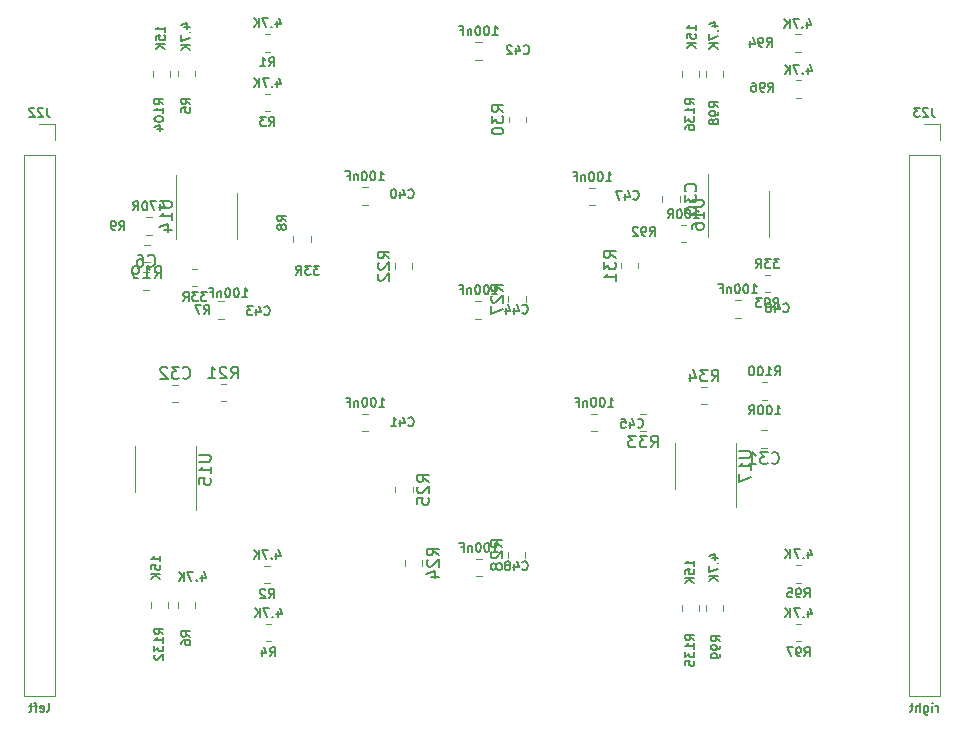
<source format=gbr>
G04 #@! TF.GenerationSoftware,KiCad,Pcbnew,(6.0.0-0)*
G04 #@! TF.CreationDate,2022-02-14T22:07:49-06:00*
G04 #@! TF.ProjectId,bells-venn,62656c6c-732d-4766-956e-6e2e6b696361,rev?*
G04 #@! TF.SameCoordinates,Original*
G04 #@! TF.FileFunction,Legend,Bot*
G04 #@! TF.FilePolarity,Positive*
%FSLAX46Y46*%
G04 Gerber Fmt 4.6, Leading zero omitted, Abs format (unit mm)*
G04 Created by KiCad (PCBNEW (6.0.0-0)) date 2022-02-14 22:07:49*
%MOMM*%
%LPD*%
G01*
G04 APERTURE LIST*
%ADD10C,0.150000*%
%ADD11C,0.152400*%
%ADD12C,0.120000*%
G04 APERTURE END LIST*
D10*
X126804380Y-68053104D02*
X127613904Y-68053104D01*
X127709142Y-68100723D01*
X127756761Y-68148342D01*
X127804380Y-68243580D01*
X127804380Y-68434057D01*
X127756761Y-68529295D01*
X127709142Y-68576914D01*
X127613904Y-68624533D01*
X126804380Y-68624533D01*
X127804380Y-69624533D02*
X127804380Y-69053104D01*
X127804380Y-69338819D02*
X126804380Y-69338819D01*
X126947238Y-69243580D01*
X127042476Y-69148342D01*
X127090095Y-69053104D01*
X126804380Y-70529295D02*
X126804380Y-70053104D01*
X127280571Y-70005485D01*
X127232952Y-70053104D01*
X127185333Y-70148342D01*
X127185333Y-70386438D01*
X127232952Y-70481676D01*
X127280571Y-70529295D01*
X127375809Y-70576914D01*
X127613904Y-70576914D01*
X127709142Y-70529295D01*
X127756761Y-70481676D01*
X127804380Y-70386438D01*
X127804380Y-70148342D01*
X127756761Y-70053104D01*
X127709142Y-70005485D01*
X142921980Y-51411142D02*
X142445790Y-51077809D01*
X142921980Y-50839714D02*
X141921980Y-50839714D01*
X141921980Y-51220666D01*
X141969600Y-51315904D01*
X142017219Y-51363523D01*
X142112457Y-51411142D01*
X142255314Y-51411142D01*
X142350552Y-51363523D01*
X142398171Y-51315904D01*
X142445790Y-51220666D01*
X142445790Y-50839714D01*
X142017219Y-51792095D02*
X141969600Y-51839714D01*
X141921980Y-51934952D01*
X141921980Y-52173047D01*
X141969600Y-52268285D01*
X142017219Y-52315904D01*
X142112457Y-52363523D01*
X142207695Y-52363523D01*
X142350552Y-52315904D01*
X142921980Y-51744476D01*
X142921980Y-52363523D01*
X142017219Y-52744476D02*
X141969600Y-52792095D01*
X141921980Y-52887333D01*
X141921980Y-53125428D01*
X141969600Y-53220666D01*
X142017219Y-53268285D01*
X142112457Y-53315904D01*
X142207695Y-53315904D01*
X142350552Y-53268285D01*
X142921980Y-52696857D01*
X142921980Y-53315904D01*
X152491180Y-75877942D02*
X152014990Y-75544609D01*
X152491180Y-75306514D02*
X151491180Y-75306514D01*
X151491180Y-75687466D01*
X151538800Y-75782704D01*
X151586419Y-75830323D01*
X151681657Y-75877942D01*
X151824514Y-75877942D01*
X151919752Y-75830323D01*
X151967371Y-75782704D01*
X152014990Y-75687466D01*
X152014990Y-75306514D01*
X151586419Y-76258895D02*
X151538800Y-76306514D01*
X151491180Y-76401752D01*
X151491180Y-76639847D01*
X151538800Y-76735085D01*
X151586419Y-76782704D01*
X151681657Y-76830323D01*
X151776895Y-76830323D01*
X151919752Y-76782704D01*
X152491180Y-76211276D01*
X152491180Y-76830323D01*
X151919752Y-77401752D02*
X151872133Y-77306514D01*
X151824514Y-77258895D01*
X151729276Y-77211276D01*
X151681657Y-77211276D01*
X151586419Y-77258895D01*
X151538800Y-77306514D01*
X151491180Y-77401752D01*
X151491180Y-77592228D01*
X151538800Y-77687466D01*
X151586419Y-77735085D01*
X151681657Y-77782704D01*
X151729276Y-77782704D01*
X151824514Y-77735085D01*
X151872133Y-77687466D01*
X151919752Y-77592228D01*
X151919752Y-77401752D01*
X151967371Y-77306514D01*
X152014990Y-77258895D01*
X152110228Y-77211276D01*
X152300704Y-77211276D01*
X152395942Y-77258895D01*
X152443561Y-77306514D01*
X152491180Y-77401752D01*
X152491180Y-77592228D01*
X152443561Y-77687466D01*
X152395942Y-77735085D01*
X152300704Y-77782704D01*
X152110228Y-77782704D01*
X152014990Y-77735085D01*
X151967371Y-77687466D01*
X151919752Y-77592228D01*
X152523180Y-54205142D02*
X152046990Y-53871809D01*
X152523180Y-53633714D02*
X151523180Y-53633714D01*
X151523180Y-54014666D01*
X151570800Y-54109904D01*
X151618419Y-54157523D01*
X151713657Y-54205142D01*
X151856514Y-54205142D01*
X151951752Y-54157523D01*
X151999371Y-54109904D01*
X152046990Y-54014666D01*
X152046990Y-53633714D01*
X151618419Y-54586095D02*
X151570800Y-54633714D01*
X151523180Y-54728952D01*
X151523180Y-54967047D01*
X151570800Y-55062285D01*
X151618419Y-55109904D01*
X151713657Y-55157523D01*
X151808895Y-55157523D01*
X151951752Y-55109904D01*
X152523180Y-54538476D01*
X152523180Y-55157523D01*
X151523180Y-55490857D02*
X151523180Y-56157523D01*
X152523180Y-55728952D01*
X122463766Y-52017142D02*
X122511385Y-52064761D01*
X122654242Y-52112380D01*
X122749480Y-52112380D01*
X122892338Y-52064761D01*
X122987576Y-51969523D01*
X123035195Y-51874285D01*
X123082814Y-51683809D01*
X123082814Y-51540952D01*
X123035195Y-51350476D01*
X122987576Y-51255238D01*
X122892338Y-51160000D01*
X122749480Y-51112380D01*
X122654242Y-51112380D01*
X122511385Y-51160000D01*
X122463766Y-51207619D01*
X121606623Y-51112380D02*
X121797100Y-51112380D01*
X121892338Y-51160000D01*
X121939957Y-51207619D01*
X122035195Y-51350476D01*
X122082814Y-51540952D01*
X122082814Y-51921904D01*
X122035195Y-52017142D01*
X121987576Y-52064761D01*
X121892338Y-52112380D01*
X121701861Y-52112380D01*
X121606623Y-52064761D01*
X121559004Y-52017142D01*
X121511385Y-51921904D01*
X121511385Y-51683809D01*
X121559004Y-51588571D01*
X121606623Y-51540952D01*
X121701861Y-51493333D01*
X121892338Y-51493333D01*
X121987576Y-51540952D01*
X122035195Y-51588571D01*
X122082814Y-51683809D01*
X170197257Y-61845180D02*
X170530590Y-61368990D01*
X170768685Y-61845180D02*
X170768685Y-60845180D01*
X170387733Y-60845180D01*
X170292495Y-60892800D01*
X170244876Y-60940419D01*
X170197257Y-61035657D01*
X170197257Y-61178514D01*
X170244876Y-61273752D01*
X170292495Y-61321371D01*
X170387733Y-61368990D01*
X170768685Y-61368990D01*
X169863923Y-60845180D02*
X169244876Y-60845180D01*
X169578209Y-61226133D01*
X169435352Y-61226133D01*
X169340114Y-61273752D01*
X169292495Y-61321371D01*
X169244876Y-61416609D01*
X169244876Y-61654704D01*
X169292495Y-61749942D01*
X169340114Y-61797561D01*
X169435352Y-61845180D01*
X169721066Y-61845180D01*
X169816304Y-61797561D01*
X169863923Y-61749942D01*
X168387733Y-61178514D02*
X168387733Y-61845180D01*
X168625828Y-60797561D02*
X168863923Y-61511847D01*
X168244876Y-61511847D01*
X125429157Y-61516742D02*
X125476776Y-61564361D01*
X125619633Y-61611980D01*
X125714871Y-61611980D01*
X125857728Y-61564361D01*
X125952966Y-61469123D01*
X126000585Y-61373885D01*
X126048204Y-61183409D01*
X126048204Y-61040552D01*
X126000585Y-60850076D01*
X125952966Y-60754838D01*
X125857728Y-60659600D01*
X125714871Y-60611980D01*
X125619633Y-60611980D01*
X125476776Y-60659600D01*
X125429157Y-60707219D01*
X125095823Y-60611980D02*
X124476776Y-60611980D01*
X124810109Y-60992933D01*
X124667252Y-60992933D01*
X124572014Y-61040552D01*
X124524395Y-61088171D01*
X124476776Y-61183409D01*
X124476776Y-61421504D01*
X124524395Y-61516742D01*
X124572014Y-61564361D01*
X124667252Y-61611980D01*
X124952966Y-61611980D01*
X125048204Y-61564361D01*
X125095823Y-61516742D01*
X124095823Y-60707219D02*
X124048204Y-60659600D01*
X123952966Y-60611980D01*
X123714871Y-60611980D01*
X123619633Y-60659600D01*
X123572014Y-60707219D01*
X123524395Y-60802457D01*
X123524395Y-60897695D01*
X123572014Y-61040552D01*
X124143442Y-61611980D01*
X123524395Y-61611980D01*
D11*
X123788714Y-38390285D02*
X123425857Y-38136285D01*
X123788714Y-37954857D02*
X123026714Y-37954857D01*
X123026714Y-38245142D01*
X123063000Y-38317714D01*
X123099285Y-38354000D01*
X123171857Y-38390285D01*
X123280714Y-38390285D01*
X123353285Y-38354000D01*
X123389571Y-38317714D01*
X123425857Y-38245142D01*
X123425857Y-37954857D01*
X123788714Y-39116000D02*
X123788714Y-38680571D01*
X123788714Y-38898285D02*
X123026714Y-38898285D01*
X123135571Y-38825714D01*
X123208142Y-38753142D01*
X123244428Y-38680571D01*
X123026714Y-39587714D02*
X123026714Y-39660285D01*
X123063000Y-39732857D01*
X123099285Y-39769142D01*
X123171857Y-39805428D01*
X123317000Y-39841714D01*
X123498428Y-39841714D01*
X123643571Y-39805428D01*
X123716142Y-39769142D01*
X123752428Y-39732857D01*
X123788714Y-39660285D01*
X123788714Y-39587714D01*
X123752428Y-39515142D01*
X123716142Y-39478857D01*
X123643571Y-39442571D01*
X123498428Y-39406285D01*
X123317000Y-39406285D01*
X123171857Y-39442571D01*
X123099285Y-39478857D01*
X123063000Y-39515142D01*
X123026714Y-39587714D01*
X123280714Y-40494857D02*
X123788714Y-40494857D01*
X122990428Y-40313428D02*
X123534714Y-40132000D01*
X123534714Y-40603714D01*
X123915714Y-32239857D02*
X123915714Y-31804428D01*
X123915714Y-32022142D02*
X123153714Y-32022142D01*
X123262571Y-31949571D01*
X123335142Y-31877000D01*
X123371428Y-31804428D01*
X123153714Y-32929285D02*
X123153714Y-32566428D01*
X123516571Y-32530142D01*
X123480285Y-32566428D01*
X123444000Y-32639000D01*
X123444000Y-32820428D01*
X123480285Y-32893000D01*
X123516571Y-32929285D01*
X123589142Y-32965571D01*
X123770571Y-32965571D01*
X123843142Y-32929285D01*
X123879428Y-32893000D01*
X123915714Y-32820428D01*
X123915714Y-32639000D01*
X123879428Y-32566428D01*
X123843142Y-32530142D01*
X123915714Y-33292142D02*
X123153714Y-33292142D01*
X123915714Y-33727571D02*
X123480285Y-33401000D01*
X123153714Y-33727571D02*
X123589142Y-33292142D01*
X127206900Y-56135814D02*
X127460900Y-55772957D01*
X127642328Y-56135814D02*
X127642328Y-55373814D01*
X127352042Y-55373814D01*
X127279471Y-55410100D01*
X127243185Y-55446385D01*
X127206900Y-55518957D01*
X127206900Y-55627814D01*
X127243185Y-55700385D01*
X127279471Y-55736671D01*
X127352042Y-55772957D01*
X127642328Y-55772957D01*
X126952900Y-55373814D02*
X126444900Y-55373814D01*
X126771471Y-56135814D01*
X127439057Y-54267914D02*
X126967342Y-54267914D01*
X127221342Y-54558200D01*
X127112485Y-54558200D01*
X127039914Y-54594485D01*
X127003628Y-54630771D01*
X126967342Y-54703342D01*
X126967342Y-54884771D01*
X127003628Y-54957342D01*
X127039914Y-54993628D01*
X127112485Y-55029914D01*
X127330200Y-55029914D01*
X127402771Y-54993628D01*
X127439057Y-54957342D01*
X126713342Y-54267914D02*
X126241628Y-54267914D01*
X126495628Y-54558200D01*
X126386771Y-54558200D01*
X126314200Y-54594485D01*
X126277914Y-54630771D01*
X126241628Y-54703342D01*
X126241628Y-54884771D01*
X126277914Y-54957342D01*
X126314200Y-54993628D01*
X126386771Y-55029914D01*
X126604485Y-55029914D01*
X126677057Y-54993628D01*
X126713342Y-54957342D01*
X125479628Y-55029914D02*
X125733628Y-54667057D01*
X125915057Y-55029914D02*
X125915057Y-54267914D01*
X125624771Y-54267914D01*
X125552200Y-54304200D01*
X125515914Y-54340485D01*
X125479628Y-54413057D01*
X125479628Y-54521914D01*
X125515914Y-54594485D01*
X125552200Y-54630771D01*
X125624771Y-54667057D01*
X125915057Y-54667057D01*
X123788714Y-83221285D02*
X123425857Y-82967285D01*
X123788714Y-82785857D02*
X123026714Y-82785857D01*
X123026714Y-83076142D01*
X123063000Y-83148714D01*
X123099285Y-83185000D01*
X123171857Y-83221285D01*
X123280714Y-83221285D01*
X123353285Y-83185000D01*
X123389571Y-83148714D01*
X123425857Y-83076142D01*
X123425857Y-82785857D01*
X123788714Y-83947000D02*
X123788714Y-83511571D01*
X123788714Y-83729285D02*
X123026714Y-83729285D01*
X123135571Y-83656714D01*
X123208142Y-83584142D01*
X123244428Y-83511571D01*
X123026714Y-84201000D02*
X123026714Y-84672714D01*
X123317000Y-84418714D01*
X123317000Y-84527571D01*
X123353285Y-84600142D01*
X123389571Y-84636428D01*
X123462142Y-84672714D01*
X123643571Y-84672714D01*
X123716142Y-84636428D01*
X123752428Y-84600142D01*
X123788714Y-84527571D01*
X123788714Y-84309857D01*
X123752428Y-84237285D01*
X123716142Y-84201000D01*
X123099285Y-84963000D02*
X123063000Y-84999285D01*
X123026714Y-85071857D01*
X123026714Y-85253285D01*
X123063000Y-85325857D01*
X123099285Y-85362142D01*
X123171857Y-85398428D01*
X123244428Y-85398428D01*
X123353285Y-85362142D01*
X123788714Y-84926714D01*
X123788714Y-85398428D01*
X123534714Y-77070857D02*
X123534714Y-76635428D01*
X123534714Y-76853142D02*
X122772714Y-76853142D01*
X122881571Y-76780571D01*
X122954142Y-76708000D01*
X122990428Y-76635428D01*
X122772714Y-77760285D02*
X122772714Y-77397428D01*
X123135571Y-77361142D01*
X123099285Y-77397428D01*
X123063000Y-77470000D01*
X123063000Y-77651428D01*
X123099285Y-77724000D01*
X123135571Y-77760285D01*
X123208142Y-77796571D01*
X123389571Y-77796571D01*
X123462142Y-77760285D01*
X123498428Y-77724000D01*
X123534714Y-77651428D01*
X123534714Y-77470000D01*
X123498428Y-77397428D01*
X123462142Y-77361142D01*
X123534714Y-78123142D02*
X122772714Y-78123142D01*
X123534714Y-78558571D02*
X123099285Y-78232000D01*
X122772714Y-78558571D02*
X123208142Y-78123142D01*
X168746714Y-83729285D02*
X168383857Y-83475285D01*
X168746714Y-83293857D02*
X167984714Y-83293857D01*
X167984714Y-83584142D01*
X168021000Y-83656714D01*
X168057285Y-83693000D01*
X168129857Y-83729285D01*
X168238714Y-83729285D01*
X168311285Y-83693000D01*
X168347571Y-83656714D01*
X168383857Y-83584142D01*
X168383857Y-83293857D01*
X168746714Y-84455000D02*
X168746714Y-84019571D01*
X168746714Y-84237285D02*
X167984714Y-84237285D01*
X168093571Y-84164714D01*
X168166142Y-84092142D01*
X168202428Y-84019571D01*
X167984714Y-84709000D02*
X167984714Y-85180714D01*
X168275000Y-84926714D01*
X168275000Y-85035571D01*
X168311285Y-85108142D01*
X168347571Y-85144428D01*
X168420142Y-85180714D01*
X168601571Y-85180714D01*
X168674142Y-85144428D01*
X168710428Y-85108142D01*
X168746714Y-85035571D01*
X168746714Y-84817857D01*
X168710428Y-84745285D01*
X168674142Y-84709000D01*
X167984714Y-85870142D02*
X167984714Y-85507285D01*
X168347571Y-85471000D01*
X168311285Y-85507285D01*
X168275000Y-85579857D01*
X168275000Y-85761285D01*
X168311285Y-85833857D01*
X168347571Y-85870142D01*
X168420142Y-85906428D01*
X168601571Y-85906428D01*
X168674142Y-85870142D01*
X168710428Y-85833857D01*
X168746714Y-85761285D01*
X168746714Y-85579857D01*
X168710428Y-85507285D01*
X168674142Y-85471000D01*
X168746714Y-77451857D02*
X168746714Y-77016428D01*
X168746714Y-77234142D02*
X167984714Y-77234142D01*
X168093571Y-77161571D01*
X168166142Y-77089000D01*
X168202428Y-77016428D01*
X167984714Y-78141285D02*
X167984714Y-77778428D01*
X168347571Y-77742142D01*
X168311285Y-77778428D01*
X168275000Y-77851000D01*
X168275000Y-78032428D01*
X168311285Y-78105000D01*
X168347571Y-78141285D01*
X168420142Y-78177571D01*
X168601571Y-78177571D01*
X168674142Y-78141285D01*
X168710428Y-78105000D01*
X168746714Y-78032428D01*
X168746714Y-77851000D01*
X168710428Y-77778428D01*
X168674142Y-77742142D01*
X168746714Y-78504142D02*
X167984714Y-78504142D01*
X168746714Y-78939571D02*
X168311285Y-78613000D01*
X167984714Y-78939571D02*
X168420142Y-78504142D01*
X168746714Y-38390285D02*
X168383857Y-38136285D01*
X168746714Y-37954857D02*
X167984714Y-37954857D01*
X167984714Y-38245142D01*
X168021000Y-38317714D01*
X168057285Y-38354000D01*
X168129857Y-38390285D01*
X168238714Y-38390285D01*
X168311285Y-38354000D01*
X168347571Y-38317714D01*
X168383857Y-38245142D01*
X168383857Y-37954857D01*
X168746714Y-39116000D02*
X168746714Y-38680571D01*
X168746714Y-38898285D02*
X167984714Y-38898285D01*
X168093571Y-38825714D01*
X168166142Y-38753142D01*
X168202428Y-38680571D01*
X167984714Y-39370000D02*
X167984714Y-39841714D01*
X168275000Y-39587714D01*
X168275000Y-39696571D01*
X168311285Y-39769142D01*
X168347571Y-39805428D01*
X168420142Y-39841714D01*
X168601571Y-39841714D01*
X168674142Y-39805428D01*
X168710428Y-39769142D01*
X168746714Y-39696571D01*
X168746714Y-39478857D01*
X168710428Y-39406285D01*
X168674142Y-39370000D01*
X167984714Y-40494857D02*
X167984714Y-40349714D01*
X168021000Y-40277142D01*
X168057285Y-40240857D01*
X168166142Y-40168285D01*
X168311285Y-40132000D01*
X168601571Y-40132000D01*
X168674142Y-40168285D01*
X168710428Y-40204571D01*
X168746714Y-40277142D01*
X168746714Y-40422285D01*
X168710428Y-40494857D01*
X168674142Y-40531142D01*
X168601571Y-40567428D01*
X168420142Y-40567428D01*
X168347571Y-40531142D01*
X168311285Y-40494857D01*
X168275000Y-40422285D01*
X168275000Y-40277142D01*
X168311285Y-40204571D01*
X168347571Y-40168285D01*
X168420142Y-40132000D01*
X168873714Y-32112857D02*
X168873714Y-31677428D01*
X168873714Y-31895142D02*
X168111714Y-31895142D01*
X168220571Y-31822571D01*
X168293142Y-31750000D01*
X168329428Y-31677428D01*
X168111714Y-32802285D02*
X168111714Y-32439428D01*
X168474571Y-32403142D01*
X168438285Y-32439428D01*
X168402000Y-32512000D01*
X168402000Y-32693428D01*
X168438285Y-32766000D01*
X168474571Y-32802285D01*
X168547142Y-32838571D01*
X168728571Y-32838571D01*
X168801142Y-32802285D01*
X168837428Y-32766000D01*
X168873714Y-32693428D01*
X168873714Y-32512000D01*
X168837428Y-32439428D01*
X168801142Y-32403142D01*
X168873714Y-33165142D02*
X168111714Y-33165142D01*
X168873714Y-33600571D02*
X168438285Y-33274000D01*
X168111714Y-33600571D02*
X168547142Y-33165142D01*
X154286857Y-34054142D02*
X154323142Y-34090428D01*
X154432000Y-34126714D01*
X154504571Y-34126714D01*
X154613428Y-34090428D01*
X154686000Y-34017857D01*
X154722285Y-33945285D01*
X154758571Y-33800142D01*
X154758571Y-33691285D01*
X154722285Y-33546142D01*
X154686000Y-33473571D01*
X154613428Y-33401000D01*
X154504571Y-33364714D01*
X154432000Y-33364714D01*
X154323142Y-33401000D01*
X154286857Y-33437285D01*
X153633714Y-33618714D02*
X153633714Y-34126714D01*
X153815142Y-33328428D02*
X153996571Y-33872714D01*
X153524857Y-33872714D01*
X153270857Y-33437285D02*
X153234571Y-33401000D01*
X153162000Y-33364714D01*
X152980571Y-33364714D01*
X152908000Y-33401000D01*
X152871714Y-33437285D01*
X152835428Y-33509857D01*
X152835428Y-33582428D01*
X152871714Y-33691285D01*
X153307142Y-34126714D01*
X152835428Y-34126714D01*
X151639885Y-32522914D02*
X152075314Y-32522914D01*
X151857600Y-32522914D02*
X151857600Y-31760914D01*
X151930171Y-31869771D01*
X152002742Y-31942342D01*
X152075314Y-31978628D01*
X151168171Y-31760914D02*
X151095600Y-31760914D01*
X151023028Y-31797200D01*
X150986742Y-31833485D01*
X150950457Y-31906057D01*
X150914171Y-32051200D01*
X150914171Y-32232628D01*
X150950457Y-32377771D01*
X150986742Y-32450342D01*
X151023028Y-32486628D01*
X151095600Y-32522914D01*
X151168171Y-32522914D01*
X151240742Y-32486628D01*
X151277028Y-32450342D01*
X151313314Y-32377771D01*
X151349600Y-32232628D01*
X151349600Y-32051200D01*
X151313314Y-31906057D01*
X151277028Y-31833485D01*
X151240742Y-31797200D01*
X151168171Y-31760914D01*
X150442457Y-31760914D02*
X150369885Y-31760914D01*
X150297314Y-31797200D01*
X150261028Y-31833485D01*
X150224742Y-31906057D01*
X150188457Y-32051200D01*
X150188457Y-32232628D01*
X150224742Y-32377771D01*
X150261028Y-32450342D01*
X150297314Y-32486628D01*
X150369885Y-32522914D01*
X150442457Y-32522914D01*
X150515028Y-32486628D01*
X150551314Y-32450342D01*
X150587600Y-32377771D01*
X150623885Y-32232628D01*
X150623885Y-32051200D01*
X150587600Y-31906057D01*
X150551314Y-31833485D01*
X150515028Y-31797200D01*
X150442457Y-31760914D01*
X149861885Y-32014914D02*
X149861885Y-32522914D01*
X149861885Y-32087485D02*
X149825600Y-32051200D01*
X149753028Y-32014914D01*
X149644171Y-32014914D01*
X149571600Y-32051200D01*
X149535314Y-32123771D01*
X149535314Y-32522914D01*
X148918457Y-32123771D02*
X149172457Y-32123771D01*
X149172457Y-32522914D02*
X149172457Y-31760914D01*
X148809600Y-31760914D01*
D10*
X165047657Y-67431180D02*
X165380990Y-66954990D01*
X165619085Y-67431180D02*
X165619085Y-66431180D01*
X165238133Y-66431180D01*
X165142895Y-66478800D01*
X165095276Y-66526419D01*
X165047657Y-66621657D01*
X165047657Y-66764514D01*
X165095276Y-66859752D01*
X165142895Y-66907371D01*
X165238133Y-66954990D01*
X165619085Y-66954990D01*
X164714323Y-66431180D02*
X164095276Y-66431180D01*
X164428609Y-66812133D01*
X164285752Y-66812133D01*
X164190514Y-66859752D01*
X164142895Y-66907371D01*
X164095276Y-67002609D01*
X164095276Y-67240704D01*
X164142895Y-67335942D01*
X164190514Y-67383561D01*
X164285752Y-67431180D01*
X164571466Y-67431180D01*
X164666704Y-67383561D01*
X164714323Y-67335942D01*
X163761942Y-66431180D02*
X163142895Y-66431180D01*
X163476228Y-66812133D01*
X163333371Y-66812133D01*
X163238133Y-66859752D01*
X163190514Y-66907371D01*
X163142895Y-67002609D01*
X163142895Y-67240704D01*
X163190514Y-67335942D01*
X163238133Y-67383561D01*
X163333371Y-67431180D01*
X163619085Y-67431180D01*
X163714323Y-67383561D01*
X163761942Y-67335942D01*
X123036057Y-53105580D02*
X123369390Y-52629390D01*
X123607485Y-53105580D02*
X123607485Y-52105580D01*
X123226533Y-52105580D01*
X123131295Y-52153200D01*
X123083676Y-52200819D01*
X123036057Y-52296057D01*
X123036057Y-52438914D01*
X123083676Y-52534152D01*
X123131295Y-52581771D01*
X123226533Y-52629390D01*
X123607485Y-52629390D01*
X122083676Y-53105580D02*
X122655104Y-53105580D01*
X122369390Y-53105580D02*
X122369390Y-52105580D01*
X122464628Y-52248438D01*
X122559866Y-52343676D01*
X122655104Y-52391295D01*
X121607485Y-53105580D02*
X121417009Y-53105580D01*
X121321771Y-53057961D01*
X121274152Y-53010342D01*
X121178914Y-52867485D01*
X121131295Y-52677009D01*
X121131295Y-52296057D01*
X121178914Y-52200819D01*
X121226533Y-52153200D01*
X121321771Y-52105580D01*
X121512247Y-52105580D01*
X121607485Y-52153200D01*
X121655104Y-52200819D01*
X121702723Y-52296057D01*
X121702723Y-52534152D01*
X121655104Y-52629390D01*
X121607485Y-52677009D01*
X121512247Y-52724628D01*
X121321771Y-52724628D01*
X121226533Y-52677009D01*
X121178914Y-52629390D01*
X121131295Y-52534152D01*
X152573980Y-39015942D02*
X152097790Y-38682609D01*
X152573980Y-38444514D02*
X151573980Y-38444514D01*
X151573980Y-38825466D01*
X151621600Y-38920704D01*
X151669219Y-38968323D01*
X151764457Y-39015942D01*
X151907314Y-39015942D01*
X152002552Y-38968323D01*
X152050171Y-38920704D01*
X152097790Y-38825466D01*
X152097790Y-38444514D01*
X151573980Y-39349276D02*
X151573980Y-39968323D01*
X151954933Y-39634990D01*
X151954933Y-39777847D01*
X152002552Y-39873085D01*
X152050171Y-39920704D01*
X152145409Y-39968323D01*
X152383504Y-39968323D01*
X152478742Y-39920704D01*
X152526361Y-39873085D01*
X152573980Y-39777847D01*
X152573980Y-39492133D01*
X152526361Y-39396895D01*
X152478742Y-39349276D01*
X151573980Y-40587371D02*
X151573980Y-40682609D01*
X151621600Y-40777847D01*
X151669219Y-40825466D01*
X151764457Y-40873085D01*
X151954933Y-40920704D01*
X152193028Y-40920704D01*
X152383504Y-40873085D01*
X152478742Y-40825466D01*
X152526361Y-40777847D01*
X152573980Y-40682609D01*
X152573980Y-40587371D01*
X152526361Y-40492133D01*
X152478742Y-40444514D01*
X152383504Y-40396895D01*
X152193028Y-40349276D01*
X151954933Y-40349276D01*
X151764457Y-40396895D01*
X151669219Y-40444514D01*
X151621600Y-40492133D01*
X151573980Y-40587371D01*
X175271757Y-68737542D02*
X175319376Y-68785161D01*
X175462233Y-68832780D01*
X175557471Y-68832780D01*
X175700328Y-68785161D01*
X175795566Y-68689923D01*
X175843185Y-68594685D01*
X175890804Y-68404209D01*
X175890804Y-68261352D01*
X175843185Y-68070876D01*
X175795566Y-67975638D01*
X175700328Y-67880400D01*
X175557471Y-67832780D01*
X175462233Y-67832780D01*
X175319376Y-67880400D01*
X175271757Y-67928019D01*
X174938423Y-67832780D02*
X174319376Y-67832780D01*
X174652709Y-68213733D01*
X174509852Y-68213733D01*
X174414614Y-68261352D01*
X174366995Y-68308971D01*
X174319376Y-68404209D01*
X174319376Y-68642304D01*
X174366995Y-68737542D01*
X174414614Y-68785161D01*
X174509852Y-68832780D01*
X174795566Y-68832780D01*
X174890804Y-68785161D01*
X174938423Y-68737542D01*
X173366995Y-68832780D02*
X173938423Y-68832780D01*
X173652709Y-68832780D02*
X173652709Y-67832780D01*
X173747947Y-67975638D01*
X173843185Y-68070876D01*
X173938423Y-68118495D01*
X147085580Y-76557142D02*
X146609390Y-76223809D01*
X147085580Y-75985714D02*
X146085580Y-75985714D01*
X146085580Y-76366666D01*
X146133200Y-76461904D01*
X146180819Y-76509523D01*
X146276057Y-76557142D01*
X146418914Y-76557142D01*
X146514152Y-76509523D01*
X146561771Y-76461904D01*
X146609390Y-76366666D01*
X146609390Y-75985714D01*
X146180819Y-76938095D02*
X146133200Y-76985714D01*
X146085580Y-77080952D01*
X146085580Y-77319047D01*
X146133200Y-77414285D01*
X146180819Y-77461904D01*
X146276057Y-77509523D01*
X146371295Y-77509523D01*
X146514152Y-77461904D01*
X147085580Y-76890476D01*
X147085580Y-77509523D01*
X146418914Y-78366666D02*
X147085580Y-78366666D01*
X146037961Y-78128571D02*
X146752247Y-77890476D01*
X146752247Y-78509523D01*
D11*
X120040400Y-49011114D02*
X120294400Y-48648257D01*
X120475828Y-49011114D02*
X120475828Y-48249114D01*
X120185542Y-48249114D01*
X120112971Y-48285400D01*
X120076685Y-48321685D01*
X120040400Y-48394257D01*
X120040400Y-48503114D01*
X120076685Y-48575685D01*
X120112971Y-48611971D01*
X120185542Y-48648257D01*
X120475828Y-48648257D01*
X119677542Y-49011114D02*
X119532400Y-49011114D01*
X119459828Y-48974828D01*
X119423542Y-48938542D01*
X119350971Y-48829685D01*
X119314685Y-48684542D01*
X119314685Y-48394257D01*
X119350971Y-48321685D01*
X119387257Y-48285400D01*
X119459828Y-48249114D01*
X119604971Y-48249114D01*
X119677542Y-48285400D01*
X119713828Y-48321685D01*
X119750114Y-48394257D01*
X119750114Y-48575685D01*
X119713828Y-48648257D01*
X119677542Y-48684542D01*
X119604971Y-48720828D01*
X119459828Y-48720828D01*
X119387257Y-48684542D01*
X119350971Y-48648257D01*
X119314685Y-48575685D01*
X123525971Y-46853114D02*
X123525971Y-47361114D01*
X123707400Y-46562828D02*
X123888828Y-47107114D01*
X123417114Y-47107114D01*
X123199400Y-46599114D02*
X122691400Y-46599114D01*
X123017971Y-47361114D01*
X122255971Y-46599114D02*
X122183400Y-46599114D01*
X122110828Y-46635400D01*
X122074542Y-46671685D01*
X122038257Y-46744257D01*
X122001971Y-46889400D01*
X122001971Y-47070828D01*
X122038257Y-47215971D01*
X122074542Y-47288542D01*
X122110828Y-47324828D01*
X122183400Y-47361114D01*
X122255971Y-47361114D01*
X122328542Y-47324828D01*
X122364828Y-47288542D01*
X122401114Y-47215971D01*
X122437400Y-47070828D01*
X122437400Y-46889400D01*
X122401114Y-46744257D01*
X122364828Y-46671685D01*
X122328542Y-46635400D01*
X122255971Y-46599114D01*
X121239971Y-47361114D02*
X121493971Y-46998257D01*
X121675400Y-47361114D02*
X121675400Y-46599114D01*
X121385114Y-46599114D01*
X121312542Y-46635400D01*
X121276257Y-46671685D01*
X121239971Y-46744257D01*
X121239971Y-46853114D01*
X121276257Y-46925685D01*
X121312542Y-46961971D01*
X121385114Y-46998257D01*
X121675400Y-46998257D01*
D10*
X146272780Y-70359542D02*
X145796590Y-70026209D01*
X146272780Y-69788114D02*
X145272780Y-69788114D01*
X145272780Y-70169066D01*
X145320400Y-70264304D01*
X145368019Y-70311923D01*
X145463257Y-70359542D01*
X145606114Y-70359542D01*
X145701352Y-70311923D01*
X145748971Y-70264304D01*
X145796590Y-70169066D01*
X145796590Y-69788114D01*
X145368019Y-70740495D02*
X145320400Y-70788114D01*
X145272780Y-70883352D01*
X145272780Y-71121447D01*
X145320400Y-71216685D01*
X145368019Y-71264304D01*
X145463257Y-71311923D01*
X145558495Y-71311923D01*
X145701352Y-71264304D01*
X146272780Y-70692876D01*
X146272780Y-71311923D01*
X145272780Y-72216685D02*
X145272780Y-71740495D01*
X145748971Y-71692876D01*
X145701352Y-71740495D01*
X145653733Y-71835733D01*
X145653733Y-72073828D01*
X145701352Y-72169066D01*
X145748971Y-72216685D01*
X145844209Y-72264304D01*
X146082304Y-72264304D01*
X146177542Y-72216685D01*
X146225161Y-72169066D01*
X146272780Y-72073828D01*
X146272780Y-71835733D01*
X146225161Y-71740495D01*
X146177542Y-71692876D01*
X168813542Y-45737542D02*
X168861161Y-45689923D01*
X168908780Y-45547066D01*
X168908780Y-45451828D01*
X168861161Y-45308971D01*
X168765923Y-45213733D01*
X168670685Y-45166114D01*
X168480209Y-45118495D01*
X168337352Y-45118495D01*
X168146876Y-45166114D01*
X168051638Y-45213733D01*
X167956400Y-45308971D01*
X167908780Y-45451828D01*
X167908780Y-45547066D01*
X167956400Y-45689923D01*
X168004019Y-45737542D01*
X167908780Y-46070876D02*
X167908780Y-46689923D01*
X168289733Y-46356590D01*
X168289733Y-46499447D01*
X168337352Y-46594685D01*
X168384971Y-46642304D01*
X168480209Y-46689923D01*
X168718304Y-46689923D01*
X168813542Y-46642304D01*
X168861161Y-46594685D01*
X168908780Y-46499447D01*
X168908780Y-46213733D01*
X168861161Y-46118495D01*
X168813542Y-46070876D01*
X167908780Y-47308971D02*
X167908780Y-47404209D01*
X167956400Y-47499447D01*
X168004019Y-47547066D01*
X168099257Y-47594685D01*
X168289733Y-47642304D01*
X168527828Y-47642304D01*
X168718304Y-47594685D01*
X168813542Y-47547066D01*
X168861161Y-47499447D01*
X168908780Y-47404209D01*
X168908780Y-47308971D01*
X168861161Y-47213733D01*
X168813542Y-47166114D01*
X168718304Y-47118495D01*
X168527828Y-47070876D01*
X168289733Y-47070876D01*
X168099257Y-47118495D01*
X168004019Y-47166114D01*
X167956400Y-47213733D01*
X167908780Y-47308971D01*
X123484180Y-46578904D02*
X124293704Y-46578904D01*
X124388942Y-46626523D01*
X124436561Y-46674142D01*
X124484180Y-46769380D01*
X124484180Y-46959857D01*
X124436561Y-47055095D01*
X124388942Y-47102714D01*
X124293704Y-47150333D01*
X123484180Y-47150333D01*
X124484180Y-48150333D02*
X124484180Y-47578904D01*
X124484180Y-47864619D02*
X123484180Y-47864619D01*
X123627038Y-47769380D01*
X123722276Y-47674142D01*
X123769895Y-47578904D01*
X123817514Y-49007476D02*
X124484180Y-49007476D01*
X123436561Y-48769380D02*
X124150847Y-48531285D01*
X124150847Y-49150333D01*
X129506457Y-61591180D02*
X129839790Y-61114990D01*
X130077885Y-61591180D02*
X130077885Y-60591180D01*
X129696933Y-60591180D01*
X129601695Y-60638800D01*
X129554076Y-60686419D01*
X129506457Y-60781657D01*
X129506457Y-60924514D01*
X129554076Y-61019752D01*
X129601695Y-61067371D01*
X129696933Y-61114990D01*
X130077885Y-61114990D01*
X129125504Y-60686419D02*
X129077885Y-60638800D01*
X128982647Y-60591180D01*
X128744552Y-60591180D01*
X128649314Y-60638800D01*
X128601695Y-60686419D01*
X128554076Y-60781657D01*
X128554076Y-60876895D01*
X128601695Y-61019752D01*
X129173123Y-61591180D01*
X128554076Y-61591180D01*
X127601695Y-61591180D02*
X128173123Y-61591180D01*
X127887409Y-61591180D02*
X127887409Y-60591180D01*
X127982647Y-60734038D01*
X128077885Y-60829276D01*
X128173123Y-60876895D01*
X168518380Y-46463104D02*
X169327904Y-46463104D01*
X169423142Y-46510723D01*
X169470761Y-46558342D01*
X169518380Y-46653580D01*
X169518380Y-46844057D01*
X169470761Y-46939295D01*
X169423142Y-46986914D01*
X169327904Y-47034533D01*
X168518380Y-47034533D01*
X169518380Y-48034533D02*
X169518380Y-47463104D01*
X169518380Y-47748819D02*
X168518380Y-47748819D01*
X168661238Y-47653580D01*
X168756476Y-47558342D01*
X168804095Y-47463104D01*
X168518380Y-48891676D02*
X168518380Y-48701200D01*
X168566000Y-48605961D01*
X168613619Y-48558342D01*
X168756476Y-48463104D01*
X168946952Y-48415485D01*
X169327904Y-48415485D01*
X169423142Y-48463104D01*
X169470761Y-48510723D01*
X169518380Y-48605961D01*
X169518380Y-48796438D01*
X169470761Y-48891676D01*
X169423142Y-48939295D01*
X169327904Y-48986914D01*
X169089809Y-48986914D01*
X168994571Y-48939295D01*
X168946952Y-48891676D01*
X168899333Y-48796438D01*
X168899333Y-48605961D01*
X168946952Y-48510723D01*
X168994571Y-48463104D01*
X169089809Y-48415485D01*
X162073580Y-51392342D02*
X161597390Y-51059009D01*
X162073580Y-50820914D02*
X161073580Y-50820914D01*
X161073580Y-51201866D01*
X161121200Y-51297104D01*
X161168819Y-51344723D01*
X161264057Y-51392342D01*
X161406914Y-51392342D01*
X161502152Y-51344723D01*
X161549771Y-51297104D01*
X161597390Y-51201866D01*
X161597390Y-50820914D01*
X161073580Y-51725676D02*
X161073580Y-52344723D01*
X161454533Y-52011390D01*
X161454533Y-52154247D01*
X161502152Y-52249485D01*
X161549771Y-52297104D01*
X161645009Y-52344723D01*
X161883104Y-52344723D01*
X161978342Y-52297104D01*
X162025961Y-52249485D01*
X162073580Y-52154247D01*
X162073580Y-51868533D01*
X162025961Y-51773295D01*
X161978342Y-51725676D01*
X162073580Y-53297104D02*
X162073580Y-52725676D01*
X162073580Y-53011390D02*
X161073580Y-53011390D01*
X161216438Y-52916152D01*
X161311676Y-52820914D01*
X161359295Y-52725676D01*
X172524380Y-67748304D02*
X173333904Y-67748304D01*
X173429142Y-67795923D01*
X173476761Y-67843542D01*
X173524380Y-67938780D01*
X173524380Y-68129257D01*
X173476761Y-68224495D01*
X173429142Y-68272114D01*
X173333904Y-68319733D01*
X172524380Y-68319733D01*
X173524380Y-69319733D02*
X173524380Y-68748304D01*
X173524380Y-69034019D02*
X172524380Y-69034019D01*
X172667238Y-68938780D01*
X172762476Y-68843542D01*
X172810095Y-68748304D01*
X172524380Y-69653066D02*
X172524380Y-70319733D01*
X173524380Y-69891161D01*
D11*
X113900857Y-38654714D02*
X113900857Y-39199000D01*
X113937142Y-39307857D01*
X114009714Y-39380428D01*
X114118571Y-39416714D01*
X114191142Y-39416714D01*
X113574285Y-38727285D02*
X113538000Y-38691000D01*
X113465428Y-38654714D01*
X113284000Y-38654714D01*
X113211428Y-38691000D01*
X113175142Y-38727285D01*
X113138857Y-38799857D01*
X113138857Y-38872428D01*
X113175142Y-38981285D01*
X113610571Y-39416714D01*
X113138857Y-39416714D01*
X112848571Y-38727285D02*
X112812285Y-38691000D01*
X112739714Y-38654714D01*
X112558285Y-38654714D01*
X112485714Y-38691000D01*
X112449428Y-38727285D01*
X112413142Y-38799857D01*
X112413142Y-38872428D01*
X112449428Y-38981285D01*
X112884857Y-39416714D01*
X112413142Y-39416714D01*
X113955285Y-89796714D02*
X114027857Y-89760428D01*
X114064142Y-89687857D01*
X114064142Y-89034714D01*
X113374714Y-89760428D02*
X113447285Y-89796714D01*
X113592428Y-89796714D01*
X113665000Y-89760428D01*
X113701285Y-89687857D01*
X113701285Y-89397571D01*
X113665000Y-89325000D01*
X113592428Y-89288714D01*
X113447285Y-89288714D01*
X113374714Y-89325000D01*
X113338428Y-89397571D01*
X113338428Y-89470142D01*
X113701285Y-89542714D01*
X113120714Y-89288714D02*
X112830428Y-89288714D01*
X113011857Y-89796714D02*
X113011857Y-89143571D01*
X112975571Y-89071000D01*
X112903000Y-89034714D01*
X112830428Y-89034714D01*
X112685285Y-89288714D02*
X112395000Y-89288714D01*
X112576428Y-89034714D02*
X112576428Y-89687857D01*
X112540142Y-89760428D01*
X112467571Y-89796714D01*
X112395000Y-89796714D01*
X188830857Y-38654714D02*
X188830857Y-39199000D01*
X188867142Y-39307857D01*
X188939714Y-39380428D01*
X189048571Y-39416714D01*
X189121142Y-39416714D01*
X188504285Y-38727285D02*
X188468000Y-38691000D01*
X188395428Y-38654714D01*
X188214000Y-38654714D01*
X188141428Y-38691000D01*
X188105142Y-38727285D01*
X188068857Y-38799857D01*
X188068857Y-38872428D01*
X188105142Y-38981285D01*
X188540571Y-39416714D01*
X188068857Y-39416714D01*
X187814857Y-38654714D02*
X187343142Y-38654714D01*
X187597142Y-38945000D01*
X187488285Y-38945000D01*
X187415714Y-38981285D01*
X187379428Y-39017571D01*
X187343142Y-39090142D01*
X187343142Y-39271571D01*
X187379428Y-39344142D01*
X187415714Y-39380428D01*
X187488285Y-39416714D01*
X187706000Y-39416714D01*
X187778571Y-39380428D01*
X187814857Y-39344142D01*
X189357000Y-89796714D02*
X189357000Y-89288714D01*
X189357000Y-89433857D02*
X189320714Y-89361285D01*
X189284428Y-89325000D01*
X189211857Y-89288714D01*
X189139285Y-89288714D01*
X188885285Y-89796714D02*
X188885285Y-89288714D01*
X188885285Y-89034714D02*
X188921571Y-89071000D01*
X188885285Y-89107285D01*
X188849000Y-89071000D01*
X188885285Y-89034714D01*
X188885285Y-89107285D01*
X188195857Y-89288714D02*
X188195857Y-89905571D01*
X188232142Y-89978142D01*
X188268428Y-90014428D01*
X188341000Y-90050714D01*
X188449857Y-90050714D01*
X188522428Y-90014428D01*
X188195857Y-89760428D02*
X188268428Y-89796714D01*
X188413571Y-89796714D01*
X188486142Y-89760428D01*
X188522428Y-89724142D01*
X188558714Y-89651571D01*
X188558714Y-89433857D01*
X188522428Y-89361285D01*
X188486142Y-89325000D01*
X188413571Y-89288714D01*
X188268428Y-89288714D01*
X188195857Y-89325000D01*
X187833000Y-89796714D02*
X187833000Y-89034714D01*
X187506428Y-89796714D02*
X187506428Y-89397571D01*
X187542714Y-89325000D01*
X187615285Y-89288714D01*
X187724142Y-89288714D01*
X187796714Y-89325000D01*
X187833000Y-89361285D01*
X187252428Y-89288714D02*
X186962142Y-89288714D01*
X187143571Y-89034714D02*
X187143571Y-89687857D01*
X187107285Y-89760428D01*
X187034714Y-89796714D01*
X186962142Y-89796714D01*
X132685900Y-80163214D02*
X132939900Y-79800357D01*
X133121328Y-80163214D02*
X133121328Y-79401214D01*
X132831042Y-79401214D01*
X132758471Y-79437500D01*
X132722185Y-79473785D01*
X132685900Y-79546357D01*
X132685900Y-79655214D01*
X132722185Y-79727785D01*
X132758471Y-79764071D01*
X132831042Y-79800357D01*
X133121328Y-79800357D01*
X132395614Y-79473785D02*
X132359328Y-79437500D01*
X132286757Y-79401214D01*
X132105328Y-79401214D01*
X132032757Y-79437500D01*
X131996471Y-79473785D01*
X131960185Y-79546357D01*
X131960185Y-79618928D01*
X131996471Y-79727785D01*
X132431900Y-80163214D01*
X131960185Y-80163214D01*
X133339042Y-76355214D02*
X133339042Y-76863214D01*
X133520471Y-76064928D02*
X133701900Y-76609214D01*
X133230185Y-76609214D01*
X132939900Y-76790642D02*
X132903614Y-76826928D01*
X132939900Y-76863214D01*
X132976185Y-76826928D01*
X132939900Y-76790642D01*
X132939900Y-76863214D01*
X132649614Y-76101214D02*
X132141614Y-76101214D01*
X132468185Y-76863214D01*
X131851328Y-76863214D02*
X131851328Y-76101214D01*
X131415900Y-76863214D02*
X131742471Y-76427785D01*
X131415900Y-76101214D02*
X131851328Y-76536642D01*
X132800192Y-85116214D02*
X133054192Y-84753357D01*
X133235620Y-85116214D02*
X133235620Y-84354214D01*
X132945334Y-84354214D01*
X132872763Y-84390500D01*
X132836477Y-84426785D01*
X132800192Y-84499357D01*
X132800192Y-84608214D01*
X132836477Y-84680785D01*
X132872763Y-84717071D01*
X132945334Y-84753357D01*
X133235620Y-84753357D01*
X132147049Y-84608214D02*
X132147049Y-85116214D01*
X132328477Y-84317928D02*
X132509906Y-84862214D01*
X132038192Y-84862214D01*
X133453334Y-81308214D02*
X133453334Y-81816214D01*
X133634763Y-81017928D02*
X133816192Y-81562214D01*
X133344477Y-81562214D01*
X133054192Y-81743642D02*
X133017906Y-81779928D01*
X133054192Y-81816214D01*
X133090477Y-81779928D01*
X133054192Y-81743642D01*
X133054192Y-81816214D01*
X132763906Y-81054214D02*
X132255906Y-81054214D01*
X132582477Y-81816214D01*
X131965620Y-81816214D02*
X131965620Y-81054214D01*
X131530192Y-81816214D02*
X131856763Y-81380785D01*
X131530192Y-81054214D02*
X131965620Y-81489642D01*
X126074714Y-38354000D02*
X125711857Y-38100000D01*
X126074714Y-37918571D02*
X125312714Y-37918571D01*
X125312714Y-38208857D01*
X125349000Y-38281428D01*
X125385285Y-38317714D01*
X125457857Y-38354000D01*
X125566714Y-38354000D01*
X125639285Y-38317714D01*
X125675571Y-38281428D01*
X125711857Y-38208857D01*
X125711857Y-37918571D01*
X125312714Y-39043428D02*
X125312714Y-38680571D01*
X125675571Y-38644285D01*
X125639285Y-38680571D01*
X125603000Y-38753142D01*
X125603000Y-38934571D01*
X125639285Y-39007142D01*
X125675571Y-39043428D01*
X125748142Y-39079714D01*
X125929571Y-39079714D01*
X126002142Y-39043428D01*
X126038428Y-39007142D01*
X126074714Y-38934571D01*
X126074714Y-38753142D01*
X126038428Y-38680571D01*
X126002142Y-38644285D01*
X125566714Y-31858857D02*
X126074714Y-31858857D01*
X125276428Y-31677428D02*
X125820714Y-31496000D01*
X125820714Y-31967714D01*
X126002142Y-32258000D02*
X126038428Y-32294285D01*
X126074714Y-32258000D01*
X126038428Y-32221714D01*
X126002142Y-32258000D01*
X126074714Y-32258000D01*
X125312714Y-32548285D02*
X125312714Y-33056285D01*
X126074714Y-32729714D01*
X126074714Y-33346571D02*
X125312714Y-33346571D01*
X126074714Y-33782000D02*
X125639285Y-33455428D01*
X125312714Y-33782000D02*
X125748142Y-33346571D01*
X126074714Y-83439000D02*
X125711857Y-83185000D01*
X126074714Y-83003571D02*
X125312714Y-83003571D01*
X125312714Y-83293857D01*
X125349000Y-83366428D01*
X125385285Y-83402714D01*
X125457857Y-83439000D01*
X125566714Y-83439000D01*
X125639285Y-83402714D01*
X125675571Y-83366428D01*
X125711857Y-83293857D01*
X125711857Y-83003571D01*
X125312714Y-84092142D02*
X125312714Y-83947000D01*
X125349000Y-83874428D01*
X125385285Y-83838142D01*
X125494142Y-83765571D01*
X125639285Y-83729285D01*
X125929571Y-83729285D01*
X126002142Y-83765571D01*
X126038428Y-83801857D01*
X126074714Y-83874428D01*
X126074714Y-84019571D01*
X126038428Y-84092142D01*
X126002142Y-84128428D01*
X125929571Y-84164714D01*
X125748142Y-84164714D01*
X125675571Y-84128428D01*
X125639285Y-84092142D01*
X125603000Y-84019571D01*
X125603000Y-83874428D01*
X125639285Y-83801857D01*
X125675571Y-83765571D01*
X125748142Y-83729285D01*
X127018142Y-78195714D02*
X127018142Y-78703714D01*
X127199571Y-77905428D02*
X127381000Y-78449714D01*
X126909285Y-78449714D01*
X126619000Y-78631142D02*
X126582714Y-78667428D01*
X126619000Y-78703714D01*
X126655285Y-78667428D01*
X126619000Y-78631142D01*
X126619000Y-78703714D01*
X126328714Y-77941714D02*
X125820714Y-77941714D01*
X126147285Y-78703714D01*
X125530428Y-78703714D02*
X125530428Y-77941714D01*
X125095000Y-78703714D02*
X125421571Y-78268285D01*
X125095000Y-77941714D02*
X125530428Y-78377142D01*
X164961857Y-49506414D02*
X165215857Y-49143557D01*
X165397285Y-49506414D02*
X165397285Y-48744414D01*
X165107000Y-48744414D01*
X165034428Y-48780700D01*
X164998142Y-48816985D01*
X164961857Y-48889557D01*
X164961857Y-48998414D01*
X164998142Y-49070985D01*
X165034428Y-49107271D01*
X165107000Y-49143557D01*
X165397285Y-49143557D01*
X164599000Y-49506414D02*
X164453857Y-49506414D01*
X164381285Y-49470128D01*
X164345000Y-49433842D01*
X164272428Y-49324985D01*
X164236142Y-49179842D01*
X164236142Y-48889557D01*
X164272428Y-48816985D01*
X164308714Y-48780700D01*
X164381285Y-48744414D01*
X164526428Y-48744414D01*
X164599000Y-48780700D01*
X164635285Y-48816985D01*
X164671571Y-48889557D01*
X164671571Y-49070985D01*
X164635285Y-49143557D01*
X164599000Y-49179842D01*
X164526428Y-49216128D01*
X164381285Y-49216128D01*
X164308714Y-49179842D01*
X164272428Y-49143557D01*
X164236142Y-49070985D01*
X163945857Y-48816985D02*
X163909571Y-48780700D01*
X163837000Y-48744414D01*
X163655571Y-48744414D01*
X163583000Y-48780700D01*
X163546714Y-48816985D01*
X163510428Y-48889557D01*
X163510428Y-48962128D01*
X163546714Y-49070985D01*
X163982142Y-49506414D01*
X163510428Y-49506414D01*
X168697400Y-48021514D02*
X169132828Y-48021514D01*
X168915114Y-48021514D02*
X168915114Y-47259514D01*
X168987685Y-47368371D01*
X169060257Y-47440942D01*
X169132828Y-47477228D01*
X168225685Y-47259514D02*
X168153114Y-47259514D01*
X168080542Y-47295800D01*
X168044257Y-47332085D01*
X168007971Y-47404657D01*
X167971685Y-47549800D01*
X167971685Y-47731228D01*
X168007971Y-47876371D01*
X168044257Y-47948942D01*
X168080542Y-47985228D01*
X168153114Y-48021514D01*
X168225685Y-48021514D01*
X168298257Y-47985228D01*
X168334542Y-47948942D01*
X168370828Y-47876371D01*
X168407114Y-47731228D01*
X168407114Y-47549800D01*
X168370828Y-47404657D01*
X168334542Y-47332085D01*
X168298257Y-47295800D01*
X168225685Y-47259514D01*
X167499971Y-47259514D02*
X167427400Y-47259514D01*
X167354828Y-47295800D01*
X167318542Y-47332085D01*
X167282257Y-47404657D01*
X167245971Y-47549800D01*
X167245971Y-47731228D01*
X167282257Y-47876371D01*
X167318542Y-47948942D01*
X167354828Y-47985228D01*
X167427400Y-48021514D01*
X167499971Y-48021514D01*
X167572542Y-47985228D01*
X167608828Y-47948942D01*
X167645114Y-47876371D01*
X167681400Y-47731228D01*
X167681400Y-47549800D01*
X167645114Y-47404657D01*
X167608828Y-47332085D01*
X167572542Y-47295800D01*
X167499971Y-47259514D01*
X166483971Y-48021514D02*
X166737971Y-47658657D01*
X166919400Y-48021514D02*
X166919400Y-47259514D01*
X166629114Y-47259514D01*
X166556542Y-47295800D01*
X166520257Y-47332085D01*
X166483971Y-47404657D01*
X166483971Y-47513514D01*
X166520257Y-47586085D01*
X166556542Y-47622371D01*
X166629114Y-47658657D01*
X166919400Y-47658657D01*
X174860857Y-33491714D02*
X175114857Y-33128857D01*
X175296285Y-33491714D02*
X175296285Y-32729714D01*
X175006000Y-32729714D01*
X174933428Y-32766000D01*
X174897142Y-32802285D01*
X174860857Y-32874857D01*
X174860857Y-32983714D01*
X174897142Y-33056285D01*
X174933428Y-33092571D01*
X175006000Y-33128857D01*
X175296285Y-33128857D01*
X174498000Y-33491714D02*
X174352857Y-33491714D01*
X174280285Y-33455428D01*
X174244000Y-33419142D01*
X174171428Y-33310285D01*
X174135142Y-33165142D01*
X174135142Y-32874857D01*
X174171428Y-32802285D01*
X174207714Y-32766000D01*
X174280285Y-32729714D01*
X174425428Y-32729714D01*
X174498000Y-32766000D01*
X174534285Y-32802285D01*
X174570571Y-32874857D01*
X174570571Y-33056285D01*
X174534285Y-33128857D01*
X174498000Y-33165142D01*
X174425428Y-33201428D01*
X174280285Y-33201428D01*
X174207714Y-33165142D01*
X174171428Y-33128857D01*
X174135142Y-33056285D01*
X173482000Y-32983714D02*
X173482000Y-33491714D01*
X173663428Y-32693428D02*
X173844857Y-33237714D01*
X173373142Y-33237714D01*
X178284342Y-31371814D02*
X178284342Y-31879814D01*
X178465771Y-31081528D02*
X178647200Y-31625814D01*
X178175485Y-31625814D01*
X177885200Y-31807242D02*
X177848914Y-31843528D01*
X177885200Y-31879814D01*
X177921485Y-31843528D01*
X177885200Y-31807242D01*
X177885200Y-31879814D01*
X177594914Y-31117814D02*
X177086914Y-31117814D01*
X177413485Y-31879814D01*
X176796628Y-31879814D02*
X176796628Y-31117814D01*
X176361200Y-31879814D02*
X176687771Y-31444385D01*
X176361200Y-31117814D02*
X176796628Y-31553242D01*
X178057557Y-80125114D02*
X178311557Y-79762257D01*
X178492985Y-80125114D02*
X178492985Y-79363114D01*
X178202700Y-79363114D01*
X178130128Y-79399400D01*
X178093842Y-79435685D01*
X178057557Y-79508257D01*
X178057557Y-79617114D01*
X178093842Y-79689685D01*
X178130128Y-79725971D01*
X178202700Y-79762257D01*
X178492985Y-79762257D01*
X177694700Y-80125114D02*
X177549557Y-80125114D01*
X177476985Y-80088828D01*
X177440700Y-80052542D01*
X177368128Y-79943685D01*
X177331842Y-79798542D01*
X177331842Y-79508257D01*
X177368128Y-79435685D01*
X177404414Y-79399400D01*
X177476985Y-79363114D01*
X177622128Y-79363114D01*
X177694700Y-79399400D01*
X177730985Y-79435685D01*
X177767271Y-79508257D01*
X177767271Y-79689685D01*
X177730985Y-79762257D01*
X177694700Y-79798542D01*
X177622128Y-79834828D01*
X177476985Y-79834828D01*
X177404414Y-79798542D01*
X177368128Y-79762257D01*
X177331842Y-79689685D01*
X176642414Y-79363114D02*
X177005271Y-79363114D01*
X177041557Y-79725971D01*
X177005271Y-79689685D01*
X176932700Y-79653400D01*
X176751271Y-79653400D01*
X176678700Y-79689685D01*
X176642414Y-79725971D01*
X176606128Y-79798542D01*
X176606128Y-79979971D01*
X176642414Y-80052542D01*
X176678700Y-80088828D01*
X176751271Y-80125114D01*
X176932700Y-80125114D01*
X177005271Y-80088828D01*
X177041557Y-80052542D01*
X178347842Y-76317114D02*
X178347842Y-76825114D01*
X178529271Y-76026828D02*
X178710700Y-76571114D01*
X178238985Y-76571114D01*
X177948700Y-76752542D02*
X177912414Y-76788828D01*
X177948700Y-76825114D01*
X177984985Y-76788828D01*
X177948700Y-76752542D01*
X177948700Y-76825114D01*
X177658414Y-76063114D02*
X177150414Y-76063114D01*
X177476985Y-76825114D01*
X176860128Y-76825114D02*
X176860128Y-76063114D01*
X176424700Y-76825114D02*
X176751271Y-76389685D01*
X176424700Y-76063114D02*
X176860128Y-76498542D01*
X174987857Y-37301714D02*
X175241857Y-36938857D01*
X175423285Y-37301714D02*
X175423285Y-36539714D01*
X175133000Y-36539714D01*
X175060428Y-36576000D01*
X175024142Y-36612285D01*
X174987857Y-36684857D01*
X174987857Y-36793714D01*
X175024142Y-36866285D01*
X175060428Y-36902571D01*
X175133000Y-36938857D01*
X175423285Y-36938857D01*
X174625000Y-37301714D02*
X174479857Y-37301714D01*
X174407285Y-37265428D01*
X174371000Y-37229142D01*
X174298428Y-37120285D01*
X174262142Y-36975142D01*
X174262142Y-36684857D01*
X174298428Y-36612285D01*
X174334714Y-36576000D01*
X174407285Y-36539714D01*
X174552428Y-36539714D01*
X174625000Y-36576000D01*
X174661285Y-36612285D01*
X174697571Y-36684857D01*
X174697571Y-36866285D01*
X174661285Y-36938857D01*
X174625000Y-36975142D01*
X174552428Y-37011428D01*
X174407285Y-37011428D01*
X174334714Y-36975142D01*
X174298428Y-36938857D01*
X174262142Y-36866285D01*
X173609000Y-36539714D02*
X173754142Y-36539714D01*
X173826714Y-36576000D01*
X173863000Y-36612285D01*
X173935571Y-36721142D01*
X173971857Y-36866285D01*
X173971857Y-37156571D01*
X173935571Y-37229142D01*
X173899285Y-37265428D01*
X173826714Y-37301714D01*
X173681571Y-37301714D01*
X173609000Y-37265428D01*
X173572714Y-37229142D01*
X173536428Y-37156571D01*
X173536428Y-36975142D01*
X173572714Y-36902571D01*
X173609000Y-36866285D01*
X173681571Y-36830000D01*
X173826714Y-36830000D01*
X173899285Y-36866285D01*
X173935571Y-36902571D01*
X173971857Y-36975142D01*
X178326142Y-35269714D02*
X178326142Y-35777714D01*
X178507571Y-34979428D02*
X178689000Y-35523714D01*
X178217285Y-35523714D01*
X177927000Y-35705142D02*
X177890714Y-35741428D01*
X177927000Y-35777714D01*
X177963285Y-35741428D01*
X177927000Y-35705142D01*
X177927000Y-35777714D01*
X177636714Y-35015714D02*
X177128714Y-35015714D01*
X177455285Y-35777714D01*
X176838428Y-35777714D02*
X176838428Y-35015714D01*
X176403000Y-35777714D02*
X176729571Y-35342285D01*
X176403000Y-35015714D02*
X176838428Y-35451142D01*
X178057557Y-85116214D02*
X178311557Y-84753357D01*
X178492985Y-85116214D02*
X178492985Y-84354214D01*
X178202700Y-84354214D01*
X178130128Y-84390500D01*
X178093842Y-84426785D01*
X178057557Y-84499357D01*
X178057557Y-84608214D01*
X178093842Y-84680785D01*
X178130128Y-84717071D01*
X178202700Y-84753357D01*
X178492985Y-84753357D01*
X177694700Y-85116214D02*
X177549557Y-85116214D01*
X177476985Y-85079928D01*
X177440700Y-85043642D01*
X177368128Y-84934785D01*
X177331842Y-84789642D01*
X177331842Y-84499357D01*
X177368128Y-84426785D01*
X177404414Y-84390500D01*
X177476985Y-84354214D01*
X177622128Y-84354214D01*
X177694700Y-84390500D01*
X177730985Y-84426785D01*
X177767271Y-84499357D01*
X177767271Y-84680785D01*
X177730985Y-84753357D01*
X177694700Y-84789642D01*
X177622128Y-84825928D01*
X177476985Y-84825928D01*
X177404414Y-84789642D01*
X177368128Y-84753357D01*
X177331842Y-84680785D01*
X177077842Y-84354214D02*
X176569842Y-84354214D01*
X176896414Y-85116214D01*
X178347842Y-81308214D02*
X178347842Y-81816214D01*
X178529271Y-81017928D02*
X178710700Y-81562214D01*
X178238985Y-81562214D01*
X177948700Y-81743642D02*
X177912414Y-81779928D01*
X177948700Y-81816214D01*
X177984985Y-81779928D01*
X177948700Y-81743642D01*
X177948700Y-81816214D01*
X177658414Y-81054214D02*
X177150414Y-81054214D01*
X177476985Y-81816214D01*
X176860128Y-81816214D02*
X176860128Y-81054214D01*
X176424700Y-81816214D02*
X176751271Y-81380785D01*
X176424700Y-81054214D02*
X176860128Y-81489642D01*
X170778714Y-38626142D02*
X170415857Y-38372142D01*
X170778714Y-38190714D02*
X170016714Y-38190714D01*
X170016714Y-38481000D01*
X170053000Y-38553571D01*
X170089285Y-38589857D01*
X170161857Y-38626142D01*
X170270714Y-38626142D01*
X170343285Y-38589857D01*
X170379571Y-38553571D01*
X170415857Y-38481000D01*
X170415857Y-38190714D01*
X170778714Y-38989000D02*
X170778714Y-39134142D01*
X170742428Y-39206714D01*
X170706142Y-39243000D01*
X170597285Y-39315571D01*
X170452142Y-39351857D01*
X170161857Y-39351857D01*
X170089285Y-39315571D01*
X170053000Y-39279285D01*
X170016714Y-39206714D01*
X170016714Y-39061571D01*
X170053000Y-38989000D01*
X170089285Y-38952714D01*
X170161857Y-38916428D01*
X170343285Y-38916428D01*
X170415857Y-38952714D01*
X170452142Y-38989000D01*
X170488428Y-39061571D01*
X170488428Y-39206714D01*
X170452142Y-39279285D01*
X170415857Y-39315571D01*
X170343285Y-39351857D01*
X170343285Y-39787285D02*
X170307000Y-39714714D01*
X170270714Y-39678428D01*
X170198142Y-39642142D01*
X170161857Y-39642142D01*
X170089285Y-39678428D01*
X170053000Y-39714714D01*
X170016714Y-39787285D01*
X170016714Y-39932428D01*
X170053000Y-40005000D01*
X170089285Y-40041285D01*
X170161857Y-40077571D01*
X170198142Y-40077571D01*
X170270714Y-40041285D01*
X170307000Y-40005000D01*
X170343285Y-39932428D01*
X170343285Y-39787285D01*
X170379571Y-39714714D01*
X170415857Y-39678428D01*
X170488428Y-39642142D01*
X170633571Y-39642142D01*
X170706142Y-39678428D01*
X170742428Y-39714714D01*
X170778714Y-39787285D01*
X170778714Y-39932428D01*
X170742428Y-40005000D01*
X170706142Y-40041285D01*
X170633571Y-40077571D01*
X170488428Y-40077571D01*
X170415857Y-40041285D01*
X170379571Y-40005000D01*
X170343285Y-39932428D01*
X170270714Y-31731857D02*
X170778714Y-31731857D01*
X169980428Y-31550428D02*
X170524714Y-31369000D01*
X170524714Y-31840714D01*
X170706142Y-32131000D02*
X170742428Y-32167285D01*
X170778714Y-32131000D01*
X170742428Y-32094714D01*
X170706142Y-32131000D01*
X170778714Y-32131000D01*
X170016714Y-32421285D02*
X170016714Y-32929285D01*
X170778714Y-32602714D01*
X170778714Y-33219571D02*
X170016714Y-33219571D01*
X170778714Y-33655000D02*
X170343285Y-33328428D01*
X170016714Y-33655000D02*
X170452142Y-33219571D01*
X170905714Y-83838142D02*
X170542857Y-83584142D01*
X170905714Y-83402714D02*
X170143714Y-83402714D01*
X170143714Y-83693000D01*
X170180000Y-83765571D01*
X170216285Y-83801857D01*
X170288857Y-83838142D01*
X170397714Y-83838142D01*
X170470285Y-83801857D01*
X170506571Y-83765571D01*
X170542857Y-83693000D01*
X170542857Y-83402714D01*
X170905714Y-84201000D02*
X170905714Y-84346142D01*
X170869428Y-84418714D01*
X170833142Y-84455000D01*
X170724285Y-84527571D01*
X170579142Y-84563857D01*
X170288857Y-84563857D01*
X170216285Y-84527571D01*
X170180000Y-84491285D01*
X170143714Y-84418714D01*
X170143714Y-84273571D01*
X170180000Y-84201000D01*
X170216285Y-84164714D01*
X170288857Y-84128428D01*
X170470285Y-84128428D01*
X170542857Y-84164714D01*
X170579142Y-84201000D01*
X170615428Y-84273571D01*
X170615428Y-84418714D01*
X170579142Y-84491285D01*
X170542857Y-84527571D01*
X170470285Y-84563857D01*
X170905714Y-84926714D02*
X170905714Y-85071857D01*
X170869428Y-85144428D01*
X170833142Y-85180714D01*
X170724285Y-85253285D01*
X170579142Y-85289571D01*
X170288857Y-85289571D01*
X170216285Y-85253285D01*
X170180000Y-85217000D01*
X170143714Y-85144428D01*
X170143714Y-84999285D01*
X170180000Y-84926714D01*
X170216285Y-84890428D01*
X170288857Y-84854142D01*
X170470285Y-84854142D01*
X170542857Y-84890428D01*
X170579142Y-84926714D01*
X170615428Y-84999285D01*
X170615428Y-85144428D01*
X170579142Y-85217000D01*
X170542857Y-85253285D01*
X170470285Y-85289571D01*
X170270714Y-76816857D02*
X170778714Y-76816857D01*
X169980428Y-76635428D02*
X170524714Y-76454000D01*
X170524714Y-76925714D01*
X170706142Y-77216000D02*
X170742428Y-77252285D01*
X170778714Y-77216000D01*
X170742428Y-77179714D01*
X170706142Y-77216000D01*
X170778714Y-77216000D01*
X170016714Y-77506285D02*
X170016714Y-78014285D01*
X170778714Y-77687714D01*
X170778714Y-78304571D02*
X170016714Y-78304571D01*
X170778714Y-78740000D02*
X170343285Y-78413428D01*
X170016714Y-78740000D02*
X170452142Y-78304571D01*
X132711300Y-35167114D02*
X132965300Y-34804257D01*
X133146728Y-35167114D02*
X133146728Y-34405114D01*
X132856442Y-34405114D01*
X132783871Y-34441400D01*
X132747585Y-34477685D01*
X132711300Y-34550257D01*
X132711300Y-34659114D01*
X132747585Y-34731685D01*
X132783871Y-34767971D01*
X132856442Y-34804257D01*
X133146728Y-34804257D01*
X131985585Y-35167114D02*
X132421014Y-35167114D01*
X132203300Y-35167114D02*
X132203300Y-34405114D01*
X132275871Y-34513971D01*
X132348442Y-34586542D01*
X132421014Y-34622828D01*
X133364442Y-31359114D02*
X133364442Y-31867114D01*
X133545871Y-31068828D02*
X133727300Y-31613114D01*
X133255585Y-31613114D01*
X132965300Y-31794542D02*
X132929014Y-31830828D01*
X132965300Y-31867114D01*
X133001585Y-31830828D01*
X132965300Y-31794542D01*
X132965300Y-31867114D01*
X132675014Y-31105114D02*
X132167014Y-31105114D01*
X132493585Y-31867114D01*
X131876728Y-31867114D02*
X131876728Y-31105114D01*
X131441300Y-31867114D02*
X131767871Y-31431685D01*
X131441300Y-31105114D02*
X131876728Y-31540542D01*
X132724000Y-40209014D02*
X132978000Y-39846157D01*
X133159428Y-40209014D02*
X133159428Y-39447014D01*
X132869142Y-39447014D01*
X132796571Y-39483300D01*
X132760285Y-39519585D01*
X132724000Y-39592157D01*
X132724000Y-39701014D01*
X132760285Y-39773585D01*
X132796571Y-39809871D01*
X132869142Y-39846157D01*
X133159428Y-39846157D01*
X132470000Y-39447014D02*
X131998285Y-39447014D01*
X132252285Y-39737300D01*
X132143428Y-39737300D01*
X132070857Y-39773585D01*
X132034571Y-39809871D01*
X131998285Y-39882442D01*
X131998285Y-40063871D01*
X132034571Y-40136442D01*
X132070857Y-40172728D01*
X132143428Y-40209014D01*
X132361142Y-40209014D01*
X132433714Y-40172728D01*
X132470000Y-40136442D01*
X133377142Y-36401014D02*
X133377142Y-36909014D01*
X133558571Y-36110728D02*
X133740000Y-36655014D01*
X133268285Y-36655014D01*
X132978000Y-36836442D02*
X132941714Y-36872728D01*
X132978000Y-36909014D01*
X133014285Y-36872728D01*
X132978000Y-36836442D01*
X132978000Y-36909014D01*
X132687714Y-36147014D02*
X132179714Y-36147014D01*
X132506285Y-36909014D01*
X131889428Y-36909014D02*
X131889428Y-36147014D01*
X131454000Y-36909014D02*
X131780571Y-36473585D01*
X131454000Y-36147014D02*
X131889428Y-36582442D01*
X132315857Y-56152142D02*
X132352142Y-56188428D01*
X132461000Y-56224714D01*
X132533571Y-56224714D01*
X132642428Y-56188428D01*
X132715000Y-56115857D01*
X132751285Y-56043285D01*
X132787571Y-55898142D01*
X132787571Y-55789285D01*
X132751285Y-55644142D01*
X132715000Y-55571571D01*
X132642428Y-55499000D01*
X132533571Y-55462714D01*
X132461000Y-55462714D01*
X132352142Y-55499000D01*
X132315857Y-55535285D01*
X131662714Y-55716714D02*
X131662714Y-56224714D01*
X131844142Y-55426428D02*
X132025571Y-55970714D01*
X131553857Y-55970714D01*
X131336142Y-55462714D02*
X130864428Y-55462714D01*
X131118428Y-55753000D01*
X131009571Y-55753000D01*
X130937000Y-55789285D01*
X130900714Y-55825571D01*
X130864428Y-55898142D01*
X130864428Y-56079571D01*
X130900714Y-56152142D01*
X130937000Y-56188428D01*
X131009571Y-56224714D01*
X131227285Y-56224714D01*
X131299857Y-56188428D01*
X131336142Y-56152142D01*
X130465285Y-54700714D02*
X130900714Y-54700714D01*
X130683000Y-54700714D02*
X130683000Y-53938714D01*
X130755571Y-54047571D01*
X130828142Y-54120142D01*
X130900714Y-54156428D01*
X129993571Y-53938714D02*
X129921000Y-53938714D01*
X129848428Y-53975000D01*
X129812142Y-54011285D01*
X129775857Y-54083857D01*
X129739571Y-54229000D01*
X129739571Y-54410428D01*
X129775857Y-54555571D01*
X129812142Y-54628142D01*
X129848428Y-54664428D01*
X129921000Y-54700714D01*
X129993571Y-54700714D01*
X130066142Y-54664428D01*
X130102428Y-54628142D01*
X130138714Y-54555571D01*
X130175000Y-54410428D01*
X130175000Y-54229000D01*
X130138714Y-54083857D01*
X130102428Y-54011285D01*
X130066142Y-53975000D01*
X129993571Y-53938714D01*
X129267857Y-53938714D02*
X129195285Y-53938714D01*
X129122714Y-53975000D01*
X129086428Y-54011285D01*
X129050142Y-54083857D01*
X129013857Y-54229000D01*
X129013857Y-54410428D01*
X129050142Y-54555571D01*
X129086428Y-54628142D01*
X129122714Y-54664428D01*
X129195285Y-54700714D01*
X129267857Y-54700714D01*
X129340428Y-54664428D01*
X129376714Y-54628142D01*
X129413000Y-54555571D01*
X129449285Y-54410428D01*
X129449285Y-54229000D01*
X129413000Y-54083857D01*
X129376714Y-54011285D01*
X129340428Y-53975000D01*
X129267857Y-53938714D01*
X128687285Y-54192714D02*
X128687285Y-54700714D01*
X128687285Y-54265285D02*
X128651000Y-54229000D01*
X128578428Y-54192714D01*
X128469571Y-54192714D01*
X128397000Y-54229000D01*
X128360714Y-54301571D01*
X128360714Y-54700714D01*
X127743857Y-54301571D02*
X127997857Y-54301571D01*
X127997857Y-54700714D02*
X127997857Y-53938714D01*
X127635000Y-53938714D01*
X154159857Y-56025142D02*
X154196142Y-56061428D01*
X154305000Y-56097714D01*
X154377571Y-56097714D01*
X154486428Y-56061428D01*
X154559000Y-55988857D01*
X154595285Y-55916285D01*
X154631571Y-55771142D01*
X154631571Y-55662285D01*
X154595285Y-55517142D01*
X154559000Y-55444571D01*
X154486428Y-55372000D01*
X154377571Y-55335714D01*
X154305000Y-55335714D01*
X154196142Y-55372000D01*
X154159857Y-55408285D01*
X153506714Y-55589714D02*
X153506714Y-56097714D01*
X153688142Y-55299428D02*
X153869571Y-55843714D01*
X153397857Y-55843714D01*
X152781000Y-55589714D02*
X152781000Y-56097714D01*
X152962428Y-55299428D02*
X153143857Y-55843714D01*
X152672142Y-55843714D01*
X151632485Y-54443114D02*
X152067914Y-54443114D01*
X151850200Y-54443114D02*
X151850200Y-53681114D01*
X151922771Y-53789971D01*
X151995342Y-53862542D01*
X152067914Y-53898828D01*
X151160771Y-53681114D02*
X151088200Y-53681114D01*
X151015628Y-53717400D01*
X150979342Y-53753685D01*
X150943057Y-53826257D01*
X150906771Y-53971400D01*
X150906771Y-54152828D01*
X150943057Y-54297971D01*
X150979342Y-54370542D01*
X151015628Y-54406828D01*
X151088200Y-54443114D01*
X151160771Y-54443114D01*
X151233342Y-54406828D01*
X151269628Y-54370542D01*
X151305914Y-54297971D01*
X151342200Y-54152828D01*
X151342200Y-53971400D01*
X151305914Y-53826257D01*
X151269628Y-53753685D01*
X151233342Y-53717400D01*
X151160771Y-53681114D01*
X150435057Y-53681114D02*
X150362485Y-53681114D01*
X150289914Y-53717400D01*
X150253628Y-53753685D01*
X150217342Y-53826257D01*
X150181057Y-53971400D01*
X150181057Y-54152828D01*
X150217342Y-54297971D01*
X150253628Y-54370542D01*
X150289914Y-54406828D01*
X150362485Y-54443114D01*
X150435057Y-54443114D01*
X150507628Y-54406828D01*
X150543914Y-54370542D01*
X150580200Y-54297971D01*
X150616485Y-54152828D01*
X150616485Y-53971400D01*
X150580200Y-53826257D01*
X150543914Y-53753685D01*
X150507628Y-53717400D01*
X150435057Y-53681114D01*
X149854485Y-53935114D02*
X149854485Y-54443114D01*
X149854485Y-54007685D02*
X149818200Y-53971400D01*
X149745628Y-53935114D01*
X149636771Y-53935114D01*
X149564200Y-53971400D01*
X149527914Y-54043971D01*
X149527914Y-54443114D01*
X148911057Y-54043971D02*
X149165057Y-54043971D01*
X149165057Y-54443114D02*
X149165057Y-53681114D01*
X148802200Y-53681114D01*
X163938857Y-65677142D02*
X163975142Y-65713428D01*
X164084000Y-65749714D01*
X164156571Y-65749714D01*
X164265428Y-65713428D01*
X164338000Y-65640857D01*
X164374285Y-65568285D01*
X164410571Y-65423142D01*
X164410571Y-65314285D01*
X164374285Y-65169142D01*
X164338000Y-65096571D01*
X164265428Y-65024000D01*
X164156571Y-64987714D01*
X164084000Y-64987714D01*
X163975142Y-65024000D01*
X163938857Y-65060285D01*
X163285714Y-65241714D02*
X163285714Y-65749714D01*
X163467142Y-64951428D02*
X163648571Y-65495714D01*
X163176857Y-65495714D01*
X162523714Y-64987714D02*
X162886571Y-64987714D01*
X162922857Y-65350571D01*
X162886571Y-65314285D01*
X162814000Y-65278000D01*
X162632571Y-65278000D01*
X162560000Y-65314285D01*
X162523714Y-65350571D01*
X162487428Y-65423142D01*
X162487428Y-65604571D01*
X162523714Y-65677142D01*
X162560000Y-65713428D01*
X162632571Y-65749714D01*
X162814000Y-65749714D01*
X162886571Y-65713428D01*
X162922857Y-65677142D01*
X161444285Y-63968114D02*
X161879714Y-63968114D01*
X161662000Y-63968114D02*
X161662000Y-63206114D01*
X161734571Y-63314971D01*
X161807142Y-63387542D01*
X161879714Y-63423828D01*
X160972571Y-63206114D02*
X160900000Y-63206114D01*
X160827428Y-63242400D01*
X160791142Y-63278685D01*
X160754857Y-63351257D01*
X160718571Y-63496400D01*
X160718571Y-63677828D01*
X160754857Y-63822971D01*
X160791142Y-63895542D01*
X160827428Y-63931828D01*
X160900000Y-63968114D01*
X160972571Y-63968114D01*
X161045142Y-63931828D01*
X161081428Y-63895542D01*
X161117714Y-63822971D01*
X161154000Y-63677828D01*
X161154000Y-63496400D01*
X161117714Y-63351257D01*
X161081428Y-63278685D01*
X161045142Y-63242400D01*
X160972571Y-63206114D01*
X160246857Y-63206114D02*
X160174285Y-63206114D01*
X160101714Y-63242400D01*
X160065428Y-63278685D01*
X160029142Y-63351257D01*
X159992857Y-63496400D01*
X159992857Y-63677828D01*
X160029142Y-63822971D01*
X160065428Y-63895542D01*
X160101714Y-63931828D01*
X160174285Y-63968114D01*
X160246857Y-63968114D01*
X160319428Y-63931828D01*
X160355714Y-63895542D01*
X160392000Y-63822971D01*
X160428285Y-63677828D01*
X160428285Y-63496400D01*
X160392000Y-63351257D01*
X160355714Y-63278685D01*
X160319428Y-63242400D01*
X160246857Y-63206114D01*
X159666285Y-63460114D02*
X159666285Y-63968114D01*
X159666285Y-63532685D02*
X159630000Y-63496400D01*
X159557428Y-63460114D01*
X159448571Y-63460114D01*
X159376000Y-63496400D01*
X159339714Y-63568971D01*
X159339714Y-63968114D01*
X158722857Y-63568971D02*
X158976857Y-63568971D01*
X158976857Y-63968114D02*
X158976857Y-63206114D01*
X158614000Y-63206114D01*
X176257857Y-55898142D02*
X176294142Y-55934428D01*
X176403000Y-55970714D01*
X176475571Y-55970714D01*
X176584428Y-55934428D01*
X176657000Y-55861857D01*
X176693285Y-55789285D01*
X176729571Y-55644142D01*
X176729571Y-55535285D01*
X176693285Y-55390142D01*
X176657000Y-55317571D01*
X176584428Y-55245000D01*
X176475571Y-55208714D01*
X176403000Y-55208714D01*
X176294142Y-55245000D01*
X176257857Y-55281285D01*
X175604714Y-55462714D02*
X175604714Y-55970714D01*
X175786142Y-55172428D02*
X175967571Y-55716714D01*
X175495857Y-55716714D01*
X174879000Y-55208714D02*
X175024142Y-55208714D01*
X175096714Y-55245000D01*
X175133000Y-55281285D01*
X175205571Y-55390142D01*
X175241857Y-55535285D01*
X175241857Y-55825571D01*
X175205571Y-55898142D01*
X175169285Y-55934428D01*
X175096714Y-55970714D01*
X174951571Y-55970714D01*
X174879000Y-55934428D01*
X174842714Y-55898142D01*
X174806428Y-55825571D01*
X174806428Y-55644142D01*
X174842714Y-55571571D01*
X174879000Y-55535285D01*
X174951571Y-55499000D01*
X175096714Y-55499000D01*
X175169285Y-55535285D01*
X175205571Y-55571571D01*
X175241857Y-55644142D01*
X173610885Y-54366914D02*
X174046314Y-54366914D01*
X173828600Y-54366914D02*
X173828600Y-53604914D01*
X173901171Y-53713771D01*
X173973742Y-53786342D01*
X174046314Y-53822628D01*
X173139171Y-53604914D02*
X173066600Y-53604914D01*
X172994028Y-53641200D01*
X172957742Y-53677485D01*
X172921457Y-53750057D01*
X172885171Y-53895200D01*
X172885171Y-54076628D01*
X172921457Y-54221771D01*
X172957742Y-54294342D01*
X172994028Y-54330628D01*
X173066600Y-54366914D01*
X173139171Y-54366914D01*
X173211742Y-54330628D01*
X173248028Y-54294342D01*
X173284314Y-54221771D01*
X173320600Y-54076628D01*
X173320600Y-53895200D01*
X173284314Y-53750057D01*
X173248028Y-53677485D01*
X173211742Y-53641200D01*
X173139171Y-53604914D01*
X172413457Y-53604914D02*
X172340885Y-53604914D01*
X172268314Y-53641200D01*
X172232028Y-53677485D01*
X172195742Y-53750057D01*
X172159457Y-53895200D01*
X172159457Y-54076628D01*
X172195742Y-54221771D01*
X172232028Y-54294342D01*
X172268314Y-54330628D01*
X172340885Y-54366914D01*
X172413457Y-54366914D01*
X172486028Y-54330628D01*
X172522314Y-54294342D01*
X172558600Y-54221771D01*
X172594885Y-54076628D01*
X172594885Y-53895200D01*
X172558600Y-53750057D01*
X172522314Y-53677485D01*
X172486028Y-53641200D01*
X172413457Y-53604914D01*
X171832885Y-53858914D02*
X171832885Y-54366914D01*
X171832885Y-53931485D02*
X171796600Y-53895200D01*
X171724028Y-53858914D01*
X171615171Y-53858914D01*
X171542600Y-53895200D01*
X171506314Y-53967771D01*
X171506314Y-54366914D01*
X170889457Y-53967771D02*
X171143457Y-53967771D01*
X171143457Y-54366914D02*
X171143457Y-53604914D01*
X170780600Y-53604914D01*
X163557857Y-46373142D02*
X163594142Y-46409428D01*
X163703000Y-46445714D01*
X163775571Y-46445714D01*
X163884428Y-46409428D01*
X163957000Y-46336857D01*
X163993285Y-46264285D01*
X164029571Y-46119142D01*
X164029571Y-46010285D01*
X163993285Y-45865142D01*
X163957000Y-45792571D01*
X163884428Y-45720000D01*
X163775571Y-45683714D01*
X163703000Y-45683714D01*
X163594142Y-45720000D01*
X163557857Y-45756285D01*
X162904714Y-45937714D02*
X162904714Y-46445714D01*
X163086142Y-45647428D02*
X163267571Y-46191714D01*
X162795857Y-46191714D01*
X162578142Y-45683714D02*
X162070142Y-45683714D01*
X162396714Y-46445714D01*
X161266485Y-44867314D02*
X161701914Y-44867314D01*
X161484200Y-44867314D02*
X161484200Y-44105314D01*
X161556771Y-44214171D01*
X161629342Y-44286742D01*
X161701914Y-44323028D01*
X160794771Y-44105314D02*
X160722200Y-44105314D01*
X160649628Y-44141600D01*
X160613342Y-44177885D01*
X160577057Y-44250457D01*
X160540771Y-44395600D01*
X160540771Y-44577028D01*
X160577057Y-44722171D01*
X160613342Y-44794742D01*
X160649628Y-44831028D01*
X160722200Y-44867314D01*
X160794771Y-44867314D01*
X160867342Y-44831028D01*
X160903628Y-44794742D01*
X160939914Y-44722171D01*
X160976200Y-44577028D01*
X160976200Y-44395600D01*
X160939914Y-44250457D01*
X160903628Y-44177885D01*
X160867342Y-44141600D01*
X160794771Y-44105314D01*
X160069057Y-44105314D02*
X159996485Y-44105314D01*
X159923914Y-44141600D01*
X159887628Y-44177885D01*
X159851342Y-44250457D01*
X159815057Y-44395600D01*
X159815057Y-44577028D01*
X159851342Y-44722171D01*
X159887628Y-44794742D01*
X159923914Y-44831028D01*
X159996485Y-44867314D01*
X160069057Y-44867314D01*
X160141628Y-44831028D01*
X160177914Y-44794742D01*
X160214200Y-44722171D01*
X160250485Y-44577028D01*
X160250485Y-44395600D01*
X160214200Y-44250457D01*
X160177914Y-44177885D01*
X160141628Y-44141600D01*
X160069057Y-44105314D01*
X159488485Y-44359314D02*
X159488485Y-44867314D01*
X159488485Y-44431885D02*
X159452200Y-44395600D01*
X159379628Y-44359314D01*
X159270771Y-44359314D01*
X159198200Y-44395600D01*
X159161914Y-44468171D01*
X159161914Y-44867314D01*
X158545057Y-44468171D02*
X158799057Y-44468171D01*
X158799057Y-44867314D02*
X158799057Y-44105314D01*
X158436200Y-44105314D01*
X154159857Y-77742142D02*
X154196142Y-77778428D01*
X154305000Y-77814714D01*
X154377571Y-77814714D01*
X154486428Y-77778428D01*
X154559000Y-77705857D01*
X154595285Y-77633285D01*
X154631571Y-77488142D01*
X154631571Y-77379285D01*
X154595285Y-77234142D01*
X154559000Y-77161571D01*
X154486428Y-77089000D01*
X154377571Y-77052714D01*
X154305000Y-77052714D01*
X154196142Y-77089000D01*
X154159857Y-77125285D01*
X153506714Y-77306714D02*
X153506714Y-77814714D01*
X153688142Y-77016428D02*
X153869571Y-77560714D01*
X153397857Y-77560714D01*
X152998714Y-77379285D02*
X153071285Y-77343000D01*
X153107571Y-77306714D01*
X153143857Y-77234142D01*
X153143857Y-77197857D01*
X153107571Y-77125285D01*
X153071285Y-77089000D01*
X152998714Y-77052714D01*
X152853571Y-77052714D01*
X152781000Y-77089000D01*
X152744714Y-77125285D01*
X152708428Y-77197857D01*
X152708428Y-77234142D01*
X152744714Y-77306714D01*
X152781000Y-77343000D01*
X152853571Y-77379285D01*
X152998714Y-77379285D01*
X153071285Y-77415571D01*
X153107571Y-77451857D01*
X153143857Y-77524428D01*
X153143857Y-77669571D01*
X153107571Y-77742142D01*
X153071285Y-77778428D01*
X152998714Y-77814714D01*
X152853571Y-77814714D01*
X152781000Y-77778428D01*
X152744714Y-77742142D01*
X152708428Y-77669571D01*
X152708428Y-77524428D01*
X152744714Y-77451857D01*
X152781000Y-77415571D01*
X152853571Y-77379285D01*
X151683277Y-76261707D02*
X152118706Y-76261707D01*
X151900992Y-76261707D02*
X151900992Y-75499707D01*
X151973563Y-75608564D01*
X152046134Y-75681135D01*
X152118706Y-75717421D01*
X151211563Y-75499707D02*
X151138992Y-75499707D01*
X151066420Y-75535993D01*
X151030134Y-75572278D01*
X150993849Y-75644850D01*
X150957563Y-75789993D01*
X150957563Y-75971421D01*
X150993849Y-76116564D01*
X151030134Y-76189135D01*
X151066420Y-76225421D01*
X151138992Y-76261707D01*
X151211563Y-76261707D01*
X151284134Y-76225421D01*
X151320420Y-76189135D01*
X151356706Y-76116564D01*
X151392992Y-75971421D01*
X151392992Y-75789993D01*
X151356706Y-75644850D01*
X151320420Y-75572278D01*
X151284134Y-75535993D01*
X151211563Y-75499707D01*
X150485849Y-75499707D02*
X150413277Y-75499707D01*
X150340706Y-75535993D01*
X150304420Y-75572278D01*
X150268134Y-75644850D01*
X150231849Y-75789993D01*
X150231849Y-75971421D01*
X150268134Y-76116564D01*
X150304420Y-76189135D01*
X150340706Y-76225421D01*
X150413277Y-76261707D01*
X150485849Y-76261707D01*
X150558420Y-76225421D01*
X150594706Y-76189135D01*
X150630992Y-76116564D01*
X150667277Y-75971421D01*
X150667277Y-75789993D01*
X150630992Y-75644850D01*
X150594706Y-75572278D01*
X150558420Y-75535993D01*
X150485849Y-75499707D01*
X149905277Y-75753707D02*
X149905277Y-76261707D01*
X149905277Y-75826278D02*
X149868992Y-75789993D01*
X149796420Y-75753707D01*
X149687563Y-75753707D01*
X149614992Y-75789993D01*
X149578706Y-75862564D01*
X149578706Y-76261707D01*
X148961849Y-75862564D02*
X149215849Y-75862564D01*
X149215849Y-76261707D02*
X149215849Y-75499707D01*
X148852992Y-75499707D01*
X134177314Y-48253000D02*
X133814457Y-47999000D01*
X134177314Y-47817571D02*
X133415314Y-47817571D01*
X133415314Y-48107857D01*
X133451600Y-48180428D01*
X133487885Y-48216714D01*
X133560457Y-48253000D01*
X133669314Y-48253000D01*
X133741885Y-48216714D01*
X133778171Y-48180428D01*
X133814457Y-48107857D01*
X133814457Y-47817571D01*
X133741885Y-48688428D02*
X133705600Y-48615857D01*
X133669314Y-48579571D01*
X133596742Y-48543285D01*
X133560457Y-48543285D01*
X133487885Y-48579571D01*
X133451600Y-48615857D01*
X133415314Y-48688428D01*
X133415314Y-48833571D01*
X133451600Y-48906142D01*
X133487885Y-48942428D01*
X133560457Y-48978714D01*
X133596742Y-48978714D01*
X133669314Y-48942428D01*
X133705600Y-48906142D01*
X133741885Y-48833571D01*
X133741885Y-48688428D01*
X133778171Y-48615857D01*
X133814457Y-48579571D01*
X133887028Y-48543285D01*
X134032171Y-48543285D01*
X134104742Y-48579571D01*
X134141028Y-48615857D01*
X134177314Y-48688428D01*
X134177314Y-48833571D01*
X134141028Y-48906142D01*
X134104742Y-48942428D01*
X134032171Y-48978714D01*
X133887028Y-48978714D01*
X133814457Y-48942428D01*
X133778171Y-48906142D01*
X133741885Y-48833571D01*
X136989457Y-52026706D02*
X136517742Y-52026706D01*
X136771742Y-52316992D01*
X136662885Y-52316992D01*
X136590314Y-52353277D01*
X136554028Y-52389563D01*
X136517742Y-52462134D01*
X136517742Y-52643563D01*
X136554028Y-52716134D01*
X136590314Y-52752420D01*
X136662885Y-52788706D01*
X136880600Y-52788706D01*
X136953171Y-52752420D01*
X136989457Y-52716134D01*
X136263742Y-52026706D02*
X135792028Y-52026706D01*
X136046028Y-52316992D01*
X135937171Y-52316992D01*
X135864600Y-52353277D01*
X135828314Y-52389563D01*
X135792028Y-52462134D01*
X135792028Y-52643563D01*
X135828314Y-52716134D01*
X135864600Y-52752420D01*
X135937171Y-52788706D01*
X136154885Y-52788706D01*
X136227457Y-52752420D01*
X136263742Y-52716134D01*
X135030028Y-52788706D02*
X135284028Y-52425849D01*
X135465457Y-52788706D02*
X135465457Y-52026706D01*
X135175171Y-52026706D01*
X135102600Y-52062992D01*
X135066314Y-52099277D01*
X135030028Y-52171849D01*
X135030028Y-52280706D01*
X135066314Y-52353277D01*
X135102600Y-52389563D01*
X135175171Y-52425849D01*
X135465457Y-52425849D01*
X175410257Y-55537914D02*
X175664257Y-55175057D01*
X175845685Y-55537914D02*
X175845685Y-54775914D01*
X175555400Y-54775914D01*
X175482828Y-54812200D01*
X175446542Y-54848485D01*
X175410257Y-54921057D01*
X175410257Y-55029914D01*
X175446542Y-55102485D01*
X175482828Y-55138771D01*
X175555400Y-55175057D01*
X175845685Y-55175057D01*
X175047400Y-55537914D02*
X174902257Y-55537914D01*
X174829685Y-55501628D01*
X174793400Y-55465342D01*
X174720828Y-55356485D01*
X174684542Y-55211342D01*
X174684542Y-54921057D01*
X174720828Y-54848485D01*
X174757114Y-54812200D01*
X174829685Y-54775914D01*
X174974828Y-54775914D01*
X175047400Y-54812200D01*
X175083685Y-54848485D01*
X175119971Y-54921057D01*
X175119971Y-55102485D01*
X175083685Y-55175057D01*
X175047400Y-55211342D01*
X174974828Y-55247628D01*
X174829685Y-55247628D01*
X174757114Y-55211342D01*
X174720828Y-55175057D01*
X174684542Y-55102485D01*
X174430542Y-54775914D02*
X173958828Y-54775914D01*
X174212828Y-55066200D01*
X174103971Y-55066200D01*
X174031400Y-55102485D01*
X173995114Y-55138771D01*
X173958828Y-55211342D01*
X173958828Y-55392771D01*
X173995114Y-55465342D01*
X174031400Y-55501628D01*
X174103971Y-55537914D01*
X174321685Y-55537914D01*
X174394257Y-55501628D01*
X174430542Y-55465342D01*
X175918257Y-51475914D02*
X175446542Y-51475914D01*
X175700542Y-51766200D01*
X175591685Y-51766200D01*
X175519114Y-51802485D01*
X175482828Y-51838771D01*
X175446542Y-51911342D01*
X175446542Y-52092771D01*
X175482828Y-52165342D01*
X175519114Y-52201628D01*
X175591685Y-52237914D01*
X175809400Y-52237914D01*
X175881971Y-52201628D01*
X175918257Y-52165342D01*
X175192542Y-51475914D02*
X174720828Y-51475914D01*
X174974828Y-51766200D01*
X174865971Y-51766200D01*
X174793400Y-51802485D01*
X174757114Y-51838771D01*
X174720828Y-51911342D01*
X174720828Y-52092771D01*
X174757114Y-52165342D01*
X174793400Y-52201628D01*
X174865971Y-52237914D01*
X175083685Y-52237914D01*
X175156257Y-52201628D01*
X175192542Y-52165342D01*
X173958828Y-52237914D02*
X174212828Y-51875057D01*
X174394257Y-52237914D02*
X174394257Y-51475914D01*
X174103971Y-51475914D01*
X174031400Y-51512200D01*
X173995114Y-51548485D01*
X173958828Y-51621057D01*
X173958828Y-51729914D01*
X173995114Y-51802485D01*
X174031400Y-51838771D01*
X174103971Y-51875057D01*
X174394257Y-51875057D01*
X175537914Y-61331114D02*
X175791914Y-60968257D01*
X175973342Y-61331114D02*
X175973342Y-60569114D01*
X175683057Y-60569114D01*
X175610485Y-60605400D01*
X175574200Y-60641685D01*
X175537914Y-60714257D01*
X175537914Y-60823114D01*
X175574200Y-60895685D01*
X175610485Y-60931971D01*
X175683057Y-60968257D01*
X175973342Y-60968257D01*
X174812200Y-61331114D02*
X175247628Y-61331114D01*
X175029914Y-61331114D02*
X175029914Y-60569114D01*
X175102485Y-60677971D01*
X175175057Y-60750542D01*
X175247628Y-60786828D01*
X174340485Y-60569114D02*
X174267914Y-60569114D01*
X174195342Y-60605400D01*
X174159057Y-60641685D01*
X174122771Y-60714257D01*
X174086485Y-60859400D01*
X174086485Y-61040828D01*
X174122771Y-61185971D01*
X174159057Y-61258542D01*
X174195342Y-61294828D01*
X174267914Y-61331114D01*
X174340485Y-61331114D01*
X174413057Y-61294828D01*
X174449342Y-61258542D01*
X174485628Y-61185971D01*
X174521914Y-61040828D01*
X174521914Y-60859400D01*
X174485628Y-60714257D01*
X174449342Y-60641685D01*
X174413057Y-60605400D01*
X174340485Y-60569114D01*
X173614771Y-60569114D02*
X173542200Y-60569114D01*
X173469628Y-60605400D01*
X173433342Y-60641685D01*
X173397057Y-60714257D01*
X173360771Y-60859400D01*
X173360771Y-61040828D01*
X173397057Y-61185971D01*
X173433342Y-61258542D01*
X173469628Y-61294828D01*
X173542200Y-61331114D01*
X173614771Y-61331114D01*
X173687342Y-61294828D01*
X173723628Y-61258542D01*
X173759914Y-61185971D01*
X173796200Y-61040828D01*
X173796200Y-60859400D01*
X173759914Y-60714257D01*
X173723628Y-60641685D01*
X173687342Y-60605400D01*
X173614771Y-60569114D01*
X175574200Y-64631114D02*
X176009628Y-64631114D01*
X175791914Y-64631114D02*
X175791914Y-63869114D01*
X175864485Y-63977971D01*
X175937057Y-64050542D01*
X176009628Y-64086828D01*
X175102485Y-63869114D02*
X175029914Y-63869114D01*
X174957342Y-63905400D01*
X174921057Y-63941685D01*
X174884771Y-64014257D01*
X174848485Y-64159400D01*
X174848485Y-64340828D01*
X174884771Y-64485971D01*
X174921057Y-64558542D01*
X174957342Y-64594828D01*
X175029914Y-64631114D01*
X175102485Y-64631114D01*
X175175057Y-64594828D01*
X175211342Y-64558542D01*
X175247628Y-64485971D01*
X175283914Y-64340828D01*
X175283914Y-64159400D01*
X175247628Y-64014257D01*
X175211342Y-63941685D01*
X175175057Y-63905400D01*
X175102485Y-63869114D01*
X174376771Y-63869114D02*
X174304200Y-63869114D01*
X174231628Y-63905400D01*
X174195342Y-63941685D01*
X174159057Y-64014257D01*
X174122771Y-64159400D01*
X174122771Y-64340828D01*
X174159057Y-64485971D01*
X174195342Y-64558542D01*
X174231628Y-64594828D01*
X174304200Y-64631114D01*
X174376771Y-64631114D01*
X174449342Y-64594828D01*
X174485628Y-64558542D01*
X174521914Y-64485971D01*
X174558200Y-64340828D01*
X174558200Y-64159400D01*
X174521914Y-64014257D01*
X174485628Y-63941685D01*
X174449342Y-63905400D01*
X174376771Y-63869114D01*
X173360771Y-64631114D02*
X173614771Y-64268257D01*
X173796200Y-64631114D02*
X173796200Y-63869114D01*
X173505914Y-63869114D01*
X173433342Y-63905400D01*
X173397057Y-63941685D01*
X173360771Y-64014257D01*
X173360771Y-64123114D01*
X173397057Y-64195685D01*
X173433342Y-64231971D01*
X173505914Y-64268257D01*
X173796200Y-64268257D01*
X144507857Y-46246142D02*
X144544142Y-46282428D01*
X144653000Y-46318714D01*
X144725571Y-46318714D01*
X144834428Y-46282428D01*
X144907000Y-46209857D01*
X144943285Y-46137285D01*
X144979571Y-45992142D01*
X144979571Y-45883285D01*
X144943285Y-45738142D01*
X144907000Y-45665571D01*
X144834428Y-45593000D01*
X144725571Y-45556714D01*
X144653000Y-45556714D01*
X144544142Y-45593000D01*
X144507857Y-45629285D01*
X143854714Y-45810714D02*
X143854714Y-46318714D01*
X144036142Y-45520428D02*
X144217571Y-46064714D01*
X143745857Y-46064714D01*
X143310428Y-45556714D02*
X143237857Y-45556714D01*
X143165285Y-45593000D01*
X143129000Y-45629285D01*
X143092714Y-45701857D01*
X143056428Y-45847000D01*
X143056428Y-46028428D01*
X143092714Y-46173571D01*
X143129000Y-46246142D01*
X143165285Y-46282428D01*
X143237857Y-46318714D01*
X143310428Y-46318714D01*
X143383000Y-46282428D01*
X143419285Y-46246142D01*
X143455571Y-46173571D01*
X143491857Y-46028428D01*
X143491857Y-45847000D01*
X143455571Y-45701857D01*
X143419285Y-45629285D01*
X143383000Y-45593000D01*
X143310428Y-45556714D01*
X142013285Y-44816514D02*
X142448714Y-44816514D01*
X142231000Y-44816514D02*
X142231000Y-44054514D01*
X142303571Y-44163371D01*
X142376142Y-44235942D01*
X142448714Y-44272228D01*
X141541571Y-44054514D02*
X141469000Y-44054514D01*
X141396428Y-44090800D01*
X141360142Y-44127085D01*
X141323857Y-44199657D01*
X141287571Y-44344800D01*
X141287571Y-44526228D01*
X141323857Y-44671371D01*
X141360142Y-44743942D01*
X141396428Y-44780228D01*
X141469000Y-44816514D01*
X141541571Y-44816514D01*
X141614142Y-44780228D01*
X141650428Y-44743942D01*
X141686714Y-44671371D01*
X141723000Y-44526228D01*
X141723000Y-44344800D01*
X141686714Y-44199657D01*
X141650428Y-44127085D01*
X141614142Y-44090800D01*
X141541571Y-44054514D01*
X140815857Y-44054514D02*
X140743285Y-44054514D01*
X140670714Y-44090800D01*
X140634428Y-44127085D01*
X140598142Y-44199657D01*
X140561857Y-44344800D01*
X140561857Y-44526228D01*
X140598142Y-44671371D01*
X140634428Y-44743942D01*
X140670714Y-44780228D01*
X140743285Y-44816514D01*
X140815857Y-44816514D01*
X140888428Y-44780228D01*
X140924714Y-44743942D01*
X140961000Y-44671371D01*
X140997285Y-44526228D01*
X140997285Y-44344800D01*
X140961000Y-44199657D01*
X140924714Y-44127085D01*
X140888428Y-44090800D01*
X140815857Y-44054514D01*
X140235285Y-44308514D02*
X140235285Y-44816514D01*
X140235285Y-44381085D02*
X140199000Y-44344800D01*
X140126428Y-44308514D01*
X140017571Y-44308514D01*
X139945000Y-44344800D01*
X139908714Y-44417371D01*
X139908714Y-44816514D01*
X139291857Y-44417371D02*
X139545857Y-44417371D01*
X139545857Y-44816514D02*
X139545857Y-44054514D01*
X139183000Y-44054514D01*
X144507857Y-65550142D02*
X144544142Y-65586428D01*
X144653000Y-65622714D01*
X144725571Y-65622714D01*
X144834428Y-65586428D01*
X144907000Y-65513857D01*
X144943285Y-65441285D01*
X144979571Y-65296142D01*
X144979571Y-65187285D01*
X144943285Y-65042142D01*
X144907000Y-64969571D01*
X144834428Y-64897000D01*
X144725571Y-64860714D01*
X144653000Y-64860714D01*
X144544142Y-64897000D01*
X144507857Y-64933285D01*
X143854714Y-65114714D02*
X143854714Y-65622714D01*
X144036142Y-64824428D02*
X144217571Y-65368714D01*
X143745857Y-65368714D01*
X143056428Y-65622714D02*
X143491857Y-65622714D01*
X143274142Y-65622714D02*
X143274142Y-64860714D01*
X143346714Y-64969571D01*
X143419285Y-65042142D01*
X143491857Y-65078428D01*
X142064085Y-63968114D02*
X142499514Y-63968114D01*
X142281800Y-63968114D02*
X142281800Y-63206114D01*
X142354371Y-63314971D01*
X142426942Y-63387542D01*
X142499514Y-63423828D01*
X141592371Y-63206114D02*
X141519800Y-63206114D01*
X141447228Y-63242400D01*
X141410942Y-63278685D01*
X141374657Y-63351257D01*
X141338371Y-63496400D01*
X141338371Y-63677828D01*
X141374657Y-63822971D01*
X141410942Y-63895542D01*
X141447228Y-63931828D01*
X141519800Y-63968114D01*
X141592371Y-63968114D01*
X141664942Y-63931828D01*
X141701228Y-63895542D01*
X141737514Y-63822971D01*
X141773800Y-63677828D01*
X141773800Y-63496400D01*
X141737514Y-63351257D01*
X141701228Y-63278685D01*
X141664942Y-63242400D01*
X141592371Y-63206114D01*
X140866657Y-63206114D02*
X140794085Y-63206114D01*
X140721514Y-63242400D01*
X140685228Y-63278685D01*
X140648942Y-63351257D01*
X140612657Y-63496400D01*
X140612657Y-63677828D01*
X140648942Y-63822971D01*
X140685228Y-63895542D01*
X140721514Y-63931828D01*
X140794085Y-63968114D01*
X140866657Y-63968114D01*
X140939228Y-63931828D01*
X140975514Y-63895542D01*
X141011800Y-63822971D01*
X141048085Y-63677828D01*
X141048085Y-63496400D01*
X141011800Y-63351257D01*
X140975514Y-63278685D01*
X140939228Y-63242400D01*
X140866657Y-63206114D01*
X140286085Y-63460114D02*
X140286085Y-63968114D01*
X140286085Y-63532685D02*
X140249800Y-63496400D01*
X140177228Y-63460114D01*
X140068371Y-63460114D01*
X139995800Y-63496400D01*
X139959514Y-63568971D01*
X139959514Y-63968114D01*
X139342657Y-63568971D02*
X139596657Y-63568971D01*
X139596657Y-63968114D02*
X139596657Y-63206114D01*
X139233800Y-63206114D01*
D12*
X121392000Y-69291200D02*
X121392000Y-71241200D01*
X126512000Y-69291200D02*
X126512000Y-72741200D01*
X121392000Y-69291200D02*
X121392000Y-67341200D01*
X126512000Y-69291200D02*
X126512000Y-67341200D01*
X143384600Y-51826936D02*
X143384600Y-52281064D01*
X144854600Y-51826936D02*
X144854600Y-52281064D01*
X154423800Y-76293736D02*
X154423800Y-76747864D01*
X152953800Y-76293736D02*
X152953800Y-76747864D01*
X152985800Y-54620936D02*
X152985800Y-55075064D01*
X154455800Y-54620936D02*
X154455800Y-55075064D01*
X122558352Y-52605000D02*
X122035848Y-52605000D01*
X122558352Y-54075000D02*
X122035848Y-54075000D01*
X169781464Y-63777800D02*
X169327336Y-63777800D01*
X169781464Y-62307800D02*
X169327336Y-62307800D01*
X125047552Y-62104600D02*
X124525048Y-62104600D01*
X125047552Y-63574600D02*
X124525048Y-63574600D01*
X124356800Y-36024664D02*
X124356800Y-35570536D01*
X122886800Y-36024664D02*
X122886800Y-35570536D01*
X126668264Y-52300200D02*
X126214136Y-52300200D01*
X126668264Y-53770200D02*
X126214136Y-53770200D01*
X124179000Y-80990064D02*
X124179000Y-80535936D01*
X122709000Y-80990064D02*
X122709000Y-80535936D01*
X169137000Y-81262064D02*
X169137000Y-80807936D01*
X167667000Y-81262064D02*
X167667000Y-80807936D01*
X169137000Y-36050064D02*
X169137000Y-35595936D01*
X167667000Y-36050064D02*
X167667000Y-35595936D01*
X150199348Y-33123200D02*
X150721852Y-33123200D01*
X150199348Y-34593200D02*
X150721852Y-34593200D01*
X164177736Y-66063800D02*
X164631864Y-66063800D01*
X164177736Y-64593800D02*
X164631864Y-64593800D01*
X122166136Y-51738200D02*
X122620264Y-51738200D01*
X122166136Y-50268200D02*
X122620264Y-50268200D01*
X153036600Y-39431736D02*
X153036600Y-39885864D01*
X154506600Y-39431736D02*
X154506600Y-39885864D01*
X174367648Y-67435400D02*
X174890152Y-67435400D01*
X174367648Y-65965400D02*
X174890152Y-65965400D01*
X145718200Y-77427064D02*
X145718200Y-76972936D01*
X144248200Y-77427064D02*
X144248200Y-76972936D01*
X122337336Y-47931400D02*
X122791464Y-47931400D01*
X122337336Y-49401400D02*
X122791464Y-49401400D01*
X144905400Y-71229464D02*
X144905400Y-70775336D01*
X143435400Y-71229464D02*
X143435400Y-70775336D01*
X167511400Y-46641652D02*
X167511400Y-46119148D01*
X166041400Y-46641652D02*
X166041400Y-46119148D01*
X129991800Y-47817000D02*
X129991800Y-45867000D01*
X124871800Y-47817000D02*
X124871800Y-44367000D01*
X124871800Y-47817000D02*
X124871800Y-49767000D01*
X129991800Y-47817000D02*
X129991800Y-49767000D01*
X129090664Y-63523800D02*
X128636536Y-63523800D01*
X129090664Y-62053800D02*
X128636536Y-62053800D01*
X175026000Y-47701200D02*
X175026000Y-45751200D01*
X175026000Y-47701200D02*
X175026000Y-49651200D01*
X169906000Y-47701200D02*
X169906000Y-49651200D01*
X169906000Y-47701200D02*
X169906000Y-44251200D01*
X164006200Y-51808136D02*
X164006200Y-52262264D01*
X162536200Y-51808136D02*
X162536200Y-52262264D01*
X172232000Y-68986400D02*
X172232000Y-67036400D01*
X167112000Y-68986400D02*
X167112000Y-70936400D01*
X167112000Y-68986400D02*
X167112000Y-67036400D01*
X172232000Y-68986400D02*
X172232000Y-72436400D01*
X114614000Y-88452000D02*
X111954000Y-88452000D01*
X111954000Y-42672000D02*
X111954000Y-88452000D01*
X114614000Y-40072000D02*
X113284000Y-40072000D01*
X114614000Y-42672000D02*
X114614000Y-88452000D01*
X114614000Y-41402000D02*
X114614000Y-40072000D01*
X114614000Y-42672000D02*
X111954000Y-42672000D01*
X189544000Y-40072000D02*
X188214000Y-40072000D01*
X189544000Y-88452000D02*
X186884000Y-88452000D01*
X189544000Y-42672000D02*
X186884000Y-42672000D01*
X186884000Y-42672000D02*
X186884000Y-88452000D01*
X189544000Y-41402000D02*
X189544000Y-40072000D01*
X189544000Y-42672000D02*
X189544000Y-88452000D01*
X132331836Y-77433500D02*
X132785964Y-77433500D01*
X132331836Y-78903500D02*
X132785964Y-78903500D01*
X132446128Y-83856500D02*
X132900256Y-83856500D01*
X132446128Y-82386500D02*
X132900256Y-82386500D01*
X126465000Y-36006664D02*
X126465000Y-35552536D01*
X124995000Y-36006664D02*
X124995000Y-35552536D01*
X124995000Y-80535936D02*
X124995000Y-80990064D01*
X126465000Y-80535936D02*
X126465000Y-80990064D01*
X167581336Y-50061800D02*
X168035464Y-50061800D01*
X167581336Y-48591800D02*
X168035464Y-48591800D01*
X177277136Y-32450100D02*
X177731264Y-32450100D01*
X177277136Y-33920100D02*
X177731264Y-33920100D01*
X177340636Y-77395400D02*
X177794764Y-77395400D01*
X177340636Y-78865400D02*
X177794764Y-78865400D01*
X177309936Y-36349000D02*
X177764064Y-36349000D01*
X177309936Y-37819000D02*
X177764064Y-37819000D01*
X177340636Y-82386500D02*
X177794764Y-82386500D01*
X177340636Y-83856500D02*
X177794764Y-83856500D01*
X169699000Y-36032064D02*
X169699000Y-35577936D01*
X171169000Y-36032064D02*
X171169000Y-35577936D01*
X171169000Y-80807936D02*
X171169000Y-81262064D01*
X169699000Y-80807936D02*
X169699000Y-81262064D01*
X132357236Y-32437400D02*
X132811364Y-32437400D01*
X132357236Y-33907400D02*
X132811364Y-33907400D01*
X132369936Y-38949300D02*
X132824064Y-38949300D01*
X132369936Y-37479300D02*
X132824064Y-37479300D01*
X128431548Y-55043400D02*
X128954052Y-55043400D01*
X128431548Y-56513400D02*
X128954052Y-56513400D01*
X150191948Y-56513400D02*
X150714452Y-56513400D01*
X150191948Y-55043400D02*
X150714452Y-55043400D01*
X160003748Y-64568400D02*
X160526252Y-64568400D01*
X160003748Y-66038400D02*
X160526252Y-66038400D01*
X172170348Y-54967200D02*
X172692852Y-54967200D01*
X172170348Y-56437200D02*
X172692852Y-56437200D01*
X159825948Y-45467600D02*
X160348452Y-45467600D01*
X159825948Y-46937600D02*
X160348452Y-46937600D01*
X150242748Y-76862000D02*
X150765252Y-76862000D01*
X150242748Y-78332000D02*
X150765252Y-78332000D01*
X134799400Y-49540936D02*
X134799400Y-49995064D01*
X136269400Y-49540936D02*
X136269400Y-49995064D01*
X174693336Y-54278200D02*
X175147464Y-54278200D01*
X174693336Y-52808200D02*
X175147464Y-52808200D01*
X174912264Y-63371400D02*
X174458136Y-63371400D01*
X174912264Y-61901400D02*
X174458136Y-61901400D01*
X140572748Y-46886800D02*
X141095252Y-46886800D01*
X140572748Y-45416800D02*
X141095252Y-45416800D01*
X140623548Y-64568400D02*
X141146052Y-64568400D01*
X140623548Y-66038400D02*
X141146052Y-66038400D01*
M02*

</source>
